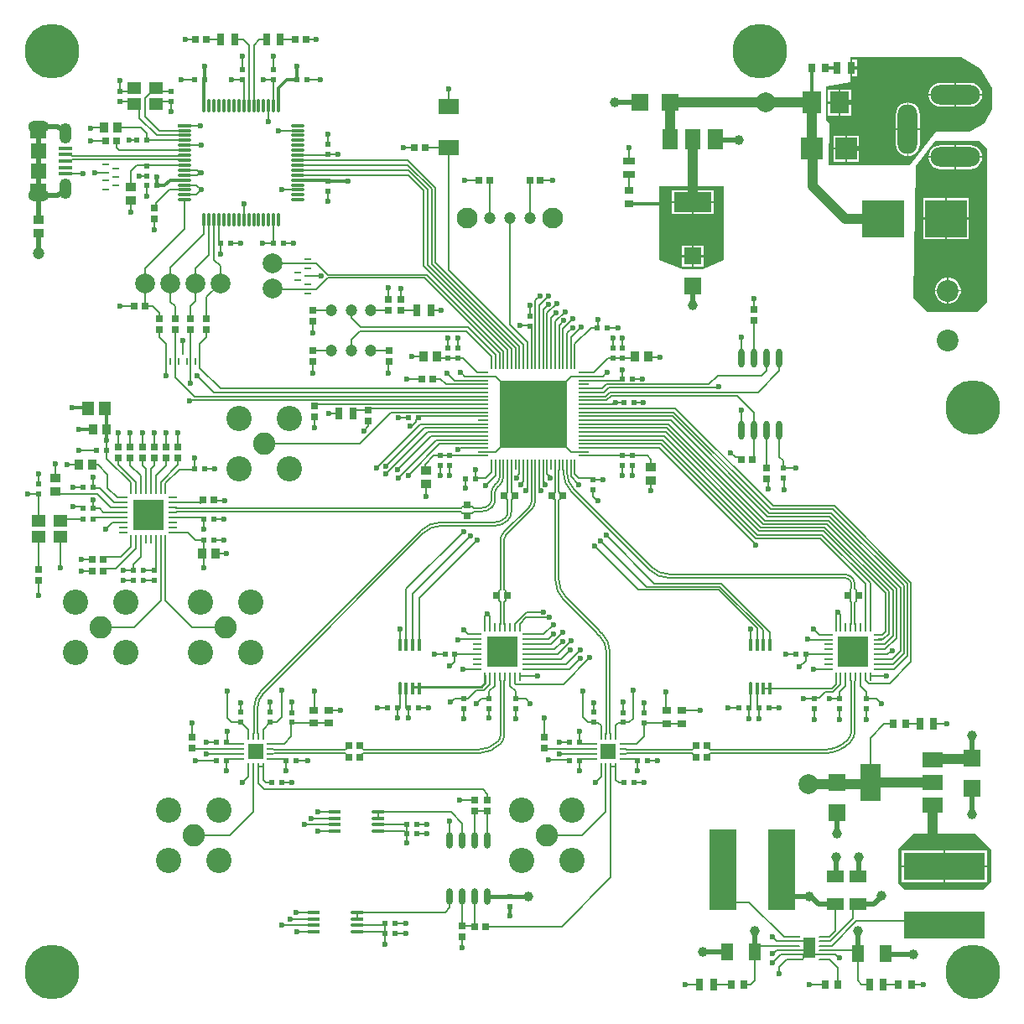
<source format=gtl>
G04*
G04 #@! TF.GenerationSoftware,Altium Limited,Altium Designer,21.8.1 (53)*
G04*
G04 Layer_Physical_Order=1*
G04 Layer_Color=255*
%FSLAX44Y44*%
%MOMM*%
G71*
G04*
G04 #@! TF.SameCoordinates,1F2B7916-87B7-47AC-9C12-1C8A47DBEFE2*
G04*
G04*
G04 #@! TF.FilePolarity,Positive*
G04*
G01*
G75*
%ADD13C,0.2000*%
%ADD16C,0.4000*%
G04:AMPARAMS|DCode=53|XSize=1.0096mm|YSize=0.1925mm|CornerRadius=0.0962mm|HoleSize=0mm|Usage=FLASHONLY|Rotation=0.000|XOffset=0mm|YOffset=0mm|HoleType=Round|Shape=RoundedRectangle|*
%AMROUNDEDRECTD53*
21,1,1.0096,0.0000,0,0,0.0*
21,1,0.8172,0.1925,0,0,0.0*
1,1,0.1925,0.4086,0.0000*
1,1,0.1925,-0.4086,0.0000*
1,1,0.1925,-0.4086,0.0000*
1,1,0.1925,0.4086,0.0000*
%
%ADD53ROUNDEDRECTD53*%
%ADD54R,1.0096X0.1925*%
%ADD55R,1.3100X2.1200*%
%ADD69R,4.2418X3.8100*%
%ADD75C,2.2000*%
%ADD76C,2.1000*%
%ADD81C,0.1571*%
%ADD82C,0.1571*%
%ADD83R,3.1000X3.1000*%
%ADD84O,0.9000X0.2500*%
%ADD85O,0.2500X0.9000*%
%ADD86R,3.1000X3.1000*%
%ADD87R,1.5000X1.5000*%
%ADD88O,0.7000X0.2000*%
%ADD89O,0.2000X0.7000*%
%ADD90R,0.6500X0.7500*%
%ADD91R,0.7500X0.6500*%
%ADD92R,1.8000X1.7000*%
%ADD93R,1.3000X0.8000*%
%ADD94R,0.9500X0.8000*%
%ADD95R,2.0000X1.6000*%
%ADD96R,0.6000X0.6000*%
%ADD97R,0.8500X1.0000*%
%ADD98R,0.8000X1.3000*%
%ADD99R,0.6000X0.6000*%
%ADD100O,1.1500X0.2000*%
%ADD101O,0.2000X1.1500*%
%ADD102R,6.7400X6.7400*%
%ADD103R,1.0000X0.8500*%
%ADD104R,1.1900X1.4700*%
%ADD105O,0.6500X1.6500*%
%ADD106R,0.8000X0.9500*%
%ADD107R,2.8000X8.2000*%
%ADD108R,8.2000X2.8000*%
%ADD109R,2.1600X2.2600*%
%ADD110R,1.9500X2.2500*%
%ADD111R,1.7000X1.8000*%
%ADD112R,3.8000X2.0000*%
%ADD113R,1.5000X2.0000*%
G04:AMPARAMS|DCode=114|XSize=0.4mm|YSize=1.3mm|CornerRadius=0.1mm|HoleSize=0mm|Usage=FLASHONLY|Rotation=270.000|XOffset=0mm|YOffset=0mm|HoleType=Round|Shape=RoundedRectangle|*
%AMROUNDEDRECTD114*
21,1,0.4000,1.1000,0,0,270.0*
21,1,0.2000,1.3000,0,0,270.0*
1,1,0.2000,-0.5500,-0.1000*
1,1,0.2000,-0.5500,0.1000*
1,1,0.2000,0.5500,0.1000*
1,1,0.2000,0.5500,-0.1000*
%
%ADD114ROUNDEDRECTD114*%
%ADD115O,1.3000X0.4000*%
%ADD116R,1.3000X1.8000*%
%ADD117R,1.8000X1.3000*%
%ADD118R,2.0000X1.5000*%
%ADD119R,2.0000X3.8000*%
%ADD120O,0.4000X1.3000*%
G04:AMPARAMS|DCode=121|XSize=0.4mm|YSize=1.3mm|CornerRadius=0.1mm|HoleSize=0mm|Usage=FLASHONLY|Rotation=180.000|XOffset=0mm|YOffset=0mm|HoleType=Round|Shape=RoundedRectangle|*
%AMROUNDEDRECTD121*
21,1,0.4000,1.1000,0,0,180.0*
21,1,0.2000,1.3000,0,0,180.0*
1,1,0.2000,-0.1000,0.5500*
1,1,0.2000,0.1000,0.5500*
1,1,0.2000,0.1000,-0.5500*
1,1,0.2000,-0.1000,-0.5500*
%
%ADD121ROUNDEDRECTD121*%
%ADD122R,1.4000X1.1500*%
%ADD123R,1.3500X0.4000*%
%ADD124R,1.5500X1.5000*%
%ADD125R,0.7000X0.2000*%
%ADD126R,0.2000X0.7000*%
%ADD127O,0.3000X1.4500*%
%ADD128O,1.4500X0.3000*%
%ADD129R,1.4500X0.3000*%
%ADD130O,0.6500X1.9000*%
%ADD131C,0.2100*%
%ADD132C,0.5000*%
%ADD133C,1.0000*%
%ADD134C,0.1600*%
%ADD135C,0.3000*%
%ADD136C,0.2248*%
%ADD137C,0.1250*%
%ADD138O,2.1000X1.2000*%
%ADD139O,1.2000X2.1000*%
%ADD140C,2.5500*%
%ADD141C,2.2500*%
%ADD142C,1.2000*%
%ADD143C,5.5000*%
%ADD144C,2.0000*%
%ADD145O,5.0000X2.0000*%
%ADD146O,2.0000X5.0000*%
%ADD147C,1.0000*%
%ADD148C,0.6000*%
G36*
X24514Y894164D02*
X24775Y894143D01*
X25034Y894109D01*
X25292Y894061D01*
X25546Y894000D01*
X25797Y893926D01*
X26044Y893838D01*
X26286Y893738D01*
X26522Y893625D01*
X26752Y893501D01*
X26976Y893364D01*
X27191Y893215D01*
X27399Y893056D01*
X27598Y892886D01*
X27788Y892706D01*
X27968Y892516D01*
X28138Y892317D01*
X28297Y892109D01*
X28446Y891894D01*
X28582Y891670D01*
X28707Y891440D01*
X28820Y891204D01*
X28920Y890962D01*
X29008Y890715D01*
X29082Y890464D01*
X29143Y890210D01*
X29191Y889953D01*
X29225Y889693D01*
X29246Y889432D01*
X29252Y889170D01*
Y877220D01*
X29302D01*
Y877170D01*
X13752D01*
Y889145D01*
X15752D01*
X15756Y889028D01*
X15766Y888898D01*
X15783Y888769D01*
X15807Y888641D01*
X15837Y888514D01*
X15874Y888389D01*
X15918Y888266D01*
X15967Y888146D01*
X16023Y888029D01*
X16086Y887914D01*
X16154Y887803D01*
X16227Y887696D01*
X16307Y887592D01*
X16391Y887493D01*
X16481Y887399D01*
X16575Y887309D01*
X16674Y887225D01*
X16778Y887145D01*
X16885Y887072D01*
X16996Y887004D01*
X17111Y886942D01*
X17228Y886885D01*
X17348Y886836D01*
X17471Y886792D01*
X17596Y886755D01*
X17723Y886725D01*
X17851Y886701D01*
X17980Y886684D01*
X18110Y886674D01*
X18252Y886670D01*
X24752D01*
X24883Y886674D01*
X25014Y886684D01*
X25143Y886701D01*
X25272Y886725D01*
X25399Y886756D01*
X25525Y886793D01*
X25648Y886836D01*
X25769Y886887D01*
X25887Y886943D01*
X26002Y887005D01*
X26114Y887074D01*
X26222Y887148D01*
X26326Y887227D01*
X26425Y887313D01*
X26520Y887403D01*
X26610Y887498D01*
X26695Y887597D01*
X26775Y887701D01*
X26849Y887809D01*
X26917Y887920D01*
X26980Y888035D01*
X27036Y888154D01*
X27086Y888275D01*
X27130Y888398D01*
X27167Y888523D01*
X27198Y888651D01*
X27222Y888779D01*
X27239Y888909D01*
X27249Y889040D01*
X27252Y889170D01*
X27249Y889301D01*
X27239Y889432D01*
X27222Y889561D01*
X27198Y889690D01*
X27167Y889817D01*
X27130Y889943D01*
X27086Y890066D01*
X27036Y890187D01*
X26980Y890305D01*
X26917Y890420D01*
X26849Y890532D01*
X26775Y890640D01*
X26695Y890744D01*
X26610Y890843D01*
X26520Y890938D01*
X26425Y891028D01*
X26326Y891113D01*
X26222Y891193D01*
X26114Y891267D01*
X26002Y891336D01*
X25887Y891398D01*
X25769Y891454D01*
X25648Y891504D01*
X25525Y891548D01*
X25399Y891585D01*
X25272Y891616D01*
X25143Y891640D01*
X25014Y891657D01*
X24883Y891667D01*
X24752Y891670D01*
X18252D01*
X18110Y891667D01*
X17980Y891657D01*
X17851Y891640D01*
X17723Y891616D01*
X17596Y891586D01*
X17471Y891549D01*
X17348Y891505D01*
X17228Y891455D01*
X17111Y891399D01*
X16996Y891337D01*
X16885Y891269D01*
X16778Y891195D01*
X16674Y891116D01*
X16575Y891031D01*
X16481Y890942D01*
X16391Y890847D01*
X16307Y890748D01*
X16227Y890645D01*
X16154Y890538D01*
X16086Y890427D01*
X16023Y890312D01*
X15967Y890195D01*
X15918Y890074D01*
X15874Y889952D01*
X15837Y889827D01*
X15807Y889700D01*
X15783Y889572D01*
X15766Y889443D01*
X15756Y889313D01*
X15752Y889195D01*
X13752D01*
X13759Y889444D01*
X13780Y889704D01*
X13814Y889963D01*
X13861Y890220D01*
X13922Y890474D01*
X13996Y890724D01*
X14084Y890970D01*
X14183Y891211D01*
X14296Y891447D01*
X14420Y891677D01*
X14557Y891899D01*
X14705Y892114D01*
X14864Y892322D01*
X15033Y892520D01*
X15213Y892710D01*
X15402Y892889D01*
X15601Y893059D01*
X15808Y893218D01*
X16023Y893366D01*
X16246Y893502D01*
X16476Y893627D01*
X16711Y893739D01*
X16953Y893839D01*
X17199Y893926D01*
X17449Y894000D01*
X17703Y894061D01*
X17960Y894109D01*
X18218Y894143D01*
X18479Y894164D01*
X18752Y894170D01*
X24252D01*
X24514Y894164D01*
D02*
G37*
G36*
X29252Y819195D02*
X27252D01*
X27249Y819313D01*
X27239Y819443D01*
X27222Y819572D01*
X27198Y819700D01*
X27168Y819827D01*
X27131Y819952D01*
X27087Y820074D01*
X27037Y820195D01*
X26981Y820312D01*
X26919Y820427D01*
X26851Y820538D01*
X26777Y820645D01*
X26698Y820748D01*
X26613Y820847D01*
X26524Y820942D01*
X26429Y821031D01*
X26330Y821116D01*
X26227Y821195D01*
X26120Y821269D01*
X26009Y821337D01*
X25894Y821399D01*
X25777Y821455D01*
X25656Y821505D01*
X25533Y821549D01*
X25409Y821586D01*
X25282Y821616D01*
X25154Y821640D01*
X25025Y821657D01*
X24895Y821667D01*
X24752Y821670D01*
X18252D01*
X18122Y821667D01*
X17991Y821657D01*
X17861Y821640D01*
X17733Y821616D01*
X17605Y821585D01*
X17480Y821548D01*
X17356Y821504D01*
X17235Y821454D01*
X17117Y821398D01*
X17002Y821336D01*
X16891Y821267D01*
X16783Y821193D01*
X16679Y821113D01*
X16580Y821028D01*
X16485Y820938D01*
X16394Y820843D01*
X16309Y820744D01*
X16230Y820640D01*
X16156Y820532D01*
X16087Y820420D01*
X16025Y820305D01*
X15969Y820187D01*
X15918Y820066D01*
X15875Y819943D01*
X15838Y819818D01*
X15807Y819690D01*
X15783Y819561D01*
X15766Y819432D01*
X15756Y819301D01*
X15752Y819170D01*
X15756Y819040D01*
X15766Y818909D01*
X15783Y818779D01*
X15807Y818651D01*
X15838Y818523D01*
X15875Y818398D01*
X15918Y818275D01*
X15969Y818154D01*
X16025Y818035D01*
X16087Y817920D01*
X16156Y817809D01*
X16230Y817701D01*
X16309Y817597D01*
X16394Y817498D01*
X16485Y817403D01*
X16580Y817312D01*
X16679Y817227D01*
X16783Y817148D01*
X16891Y817074D01*
X17002Y817005D01*
X17117Y816943D01*
X17235Y816887D01*
X17356Y816836D01*
X17480Y816793D01*
X17605Y816756D01*
X17733Y816725D01*
X17861Y816701D01*
X17991Y816684D01*
X18122Y816674D01*
X18252Y816670D01*
X24752D01*
X24895Y816674D01*
X25025Y816684D01*
X25154Y816701D01*
X25282Y816725D01*
X25409Y816755D01*
X25533Y816792D01*
X25656Y816836D01*
X25777Y816885D01*
X25894Y816942D01*
X26009Y817004D01*
X26120Y817072D01*
X26227Y817145D01*
X26330Y817225D01*
X26429Y817309D01*
X26524Y817399D01*
X26613Y817493D01*
X26698Y817592D01*
X26777Y817696D01*
X26851Y817803D01*
X26919Y817914D01*
X26981Y818029D01*
X27037Y818146D01*
X27087Y818267D01*
X27131Y818389D01*
X27168Y818514D01*
X27198Y818641D01*
X27222Y818769D01*
X27239Y818898D01*
X27249Y819028D01*
X27252Y819145D01*
X29252D01*
X29246Y818897D01*
X29225Y818637D01*
X29191Y818378D01*
X29143Y818121D01*
X29082Y817867D01*
X29008Y817617D01*
X28921Y817371D01*
X28821Y817129D01*
X28709Y816894D01*
X28584Y816664D01*
X28448Y816441D01*
X28300Y816226D01*
X28141Y816019D01*
X27971Y815821D01*
X27792Y815631D01*
X27602Y815452D01*
X27404Y815282D01*
X27196Y815123D01*
X26981Y814975D01*
X26759Y814839D01*
X26529Y814714D01*
X26293Y814602D01*
X26052Y814502D01*
X25806Y814415D01*
X25556Y814340D01*
X25302Y814279D01*
X25045Y814232D01*
X24786Y814198D01*
X24526Y814177D01*
X24252Y814170D01*
X18752D01*
X18491Y814177D01*
X18230Y814198D01*
X17970Y814232D01*
X17713Y814280D01*
X17458Y814341D01*
X17207Y814415D01*
X16961Y814502D01*
X16719Y814603D01*
X16482Y814715D01*
X16252Y814840D01*
X16029Y814977D01*
X15813Y815125D01*
X15606Y815285D01*
X15407Y815455D01*
X15217Y815635D01*
X15037Y815825D01*
X14867Y816024D01*
X14707Y816232D01*
X14559Y816447D01*
X14422Y816670D01*
X14297Y816900D01*
X14185Y817137D01*
X14085Y817379D01*
X13997Y817625D01*
X13923Y817876D01*
X13862Y818131D01*
X13814Y818388D01*
X13780Y818648D01*
X13759Y818909D01*
X13752Y819170D01*
Y831120D01*
X13702D01*
Y831170D01*
X29252D01*
Y819195D01*
D02*
G37*
G36*
X713750Y754028D02*
X692312Y744500D01*
X671744D01*
X648750Y753868D01*
Y828500D01*
X713750D01*
Y754028D01*
D02*
G37*
G36*
X972868Y947011D02*
X984250Y928000D01*
Y906500D01*
X976618Y892062D01*
X961250Y883500D01*
X927463Y883500D01*
X901787Y850000D01*
X898714Y850000D01*
X820516D01*
X819620Y850901D01*
X819859Y892062D01*
X816630Y895291D01*
Y929053D01*
X841096Y933348D01*
Y939400D01*
X841150D01*
Y947900D01*
Y956400D01*
X841096D01*
Y959250D01*
X953000D01*
X972868Y947011D01*
D02*
G37*
G36*
X979500Y866750D02*
Y711750D01*
X969750Y702000D01*
X969747Y702003D01*
X919247D01*
X905250Y716000D01*
X907267Y848632D01*
X926549Y874320D01*
X970853D01*
X979500Y866750D01*
D02*
G37*
G36*
X983250Y159250D02*
Y126000D01*
X975375Y118125D01*
X896375Y118125D01*
X889276Y125224D01*
Y159026D01*
X905250Y175000D01*
X967500D01*
X983250Y159250D01*
D02*
G37*
%LPC*%
G36*
X703250Y824750D02*
X683250D01*
Y813750D01*
X703250D01*
Y824750D01*
D02*
G37*
G36*
X681250D02*
X661250D01*
Y813750D01*
X681250D01*
Y824750D01*
D02*
G37*
G36*
X703250Y811750D02*
X683250D01*
Y800750D01*
X703250D01*
Y811750D01*
D02*
G37*
G36*
X681250D02*
X661250D01*
Y800750D01*
X681250D01*
Y811750D01*
D02*
G37*
G36*
X693250Y768590D02*
X683250D01*
Y759090D01*
X693250D01*
Y768590D01*
D02*
G37*
G36*
X681250D02*
X671250D01*
Y759090D01*
X681250D01*
Y768590D01*
D02*
G37*
G36*
X693250Y757090D02*
X683250D01*
Y747590D01*
X693250D01*
Y757090D01*
D02*
G37*
G36*
X681250D02*
X671250D01*
Y747590D01*
X681250D01*
Y757090D01*
D02*
G37*
G36*
X848150Y956400D02*
X843150D01*
Y948900D01*
X848150D01*
Y956400D01*
D02*
G37*
G36*
Y946900D02*
X843150D01*
Y939400D01*
X848150D01*
Y946900D01*
D02*
G37*
G36*
X962328Y933143D02*
X948078D01*
Y921789D01*
X974333D01*
X974020Y924172D01*
X972810Y927091D01*
X970887Y929598D01*
X968380Y931521D01*
X965461Y932730D01*
X962328Y933143D01*
D02*
G37*
G36*
X946579D02*
X932328D01*
X929196Y932730D01*
X926277Y931521D01*
X923770Y929598D01*
X921846Y927091D01*
X920637Y924172D01*
X920324Y921789D01*
X946579D01*
Y933143D01*
D02*
G37*
G36*
X841899Y926200D02*
X831150D01*
Y913950D01*
X841899D01*
Y926200D01*
D02*
G37*
G36*
X829150D02*
X818400D01*
Y913950D01*
X829150D01*
Y926200D01*
D02*
G37*
G36*
X974333Y920289D02*
X948078D01*
Y908936D01*
X962328D01*
X965461Y909348D01*
X968380Y910557D01*
X970887Y912481D01*
X972810Y914987D01*
X974020Y917907D01*
X974333Y920289D01*
D02*
G37*
G36*
X946579D02*
X920324D01*
X920637Y917907D01*
X921846Y914987D01*
X923770Y912481D01*
X926277Y910557D01*
X929196Y909348D01*
X932328Y908936D01*
X946579D01*
Y920289D01*
D02*
G37*
G36*
X841899Y911950D02*
X831150D01*
Y899700D01*
X841899D01*
Y911950D01*
D02*
G37*
G36*
X829150D02*
X818400D01*
Y899700D01*
X829150D01*
Y911950D01*
D02*
G37*
G36*
X900078Y913044D02*
Y886789D01*
X911432D01*
Y901039D01*
X911020Y904172D01*
X909810Y907091D01*
X907887Y909598D01*
X905380Y911521D01*
X902461Y912730D01*
X900078Y913044D01*
D02*
G37*
G36*
X898578Y913044D02*
X896196Y912730D01*
X893277Y911521D01*
X890770Y909598D01*
X888847Y907091D01*
X887637Y904172D01*
X887225Y901039D01*
Y886789D01*
X898578D01*
Y913044D01*
D02*
G37*
G36*
X849952Y879898D02*
X838152D01*
Y867598D01*
X849952D01*
Y879898D01*
D02*
G37*
G36*
X836152D02*
X824352D01*
Y867598D01*
X836152D01*
Y879898D01*
D02*
G37*
G36*
X898578Y885289D02*
X887225D01*
Y871039D01*
X887637Y867907D01*
X888847Y864987D01*
X890770Y862481D01*
X893277Y860557D01*
X896196Y859348D01*
X898578Y859035D01*
Y885289D01*
D02*
G37*
G36*
X911432D02*
X900078D01*
Y859034D01*
X902461Y859348D01*
X905380Y860557D01*
X907887Y862481D01*
X909810Y864987D01*
X911020Y867907D01*
X911432Y871039D01*
Y885289D01*
D02*
G37*
G36*
X849952Y865598D02*
X838152D01*
Y853298D01*
X849952D01*
Y865598D01*
D02*
G37*
G36*
X836152D02*
X824352D01*
Y853298D01*
X836152D01*
Y865598D01*
D02*
G37*
G36*
X962328Y870143D02*
X948079D01*
Y858789D01*
X974333D01*
X974020Y861172D01*
X972810Y864091D01*
X970887Y866598D01*
X968380Y868521D01*
X965461Y869730D01*
X962328Y870143D01*
D02*
G37*
G36*
X946579D02*
X932328D01*
X929196Y869730D01*
X926277Y868521D01*
X923770Y866598D01*
X921846Y864091D01*
X920637Y861172D01*
X920324Y858789D01*
X946579D01*
Y870143D01*
D02*
G37*
G36*
X974333Y857289D02*
X948079D01*
Y845936D01*
X962328D01*
X965461Y846348D01*
X968380Y847557D01*
X970887Y849481D01*
X972810Y851988D01*
X974020Y854907D01*
X974333Y857289D01*
D02*
G37*
G36*
X946579D02*
X920324D01*
X920637Y854907D01*
X921846Y851988D01*
X923770Y849481D01*
X926277Y847557D01*
X929196Y846348D01*
X932328Y845936D01*
X946579D01*
Y857289D01*
D02*
G37*
G36*
X961086Y817050D02*
X938877D01*
Y797000D01*
X961086D01*
Y817050D01*
D02*
G37*
G36*
X936877D02*
X914668D01*
Y797000D01*
X936877D01*
Y817050D01*
D02*
G37*
G36*
X961086Y795000D02*
X938877D01*
Y774950D01*
X961086D01*
Y795000D01*
D02*
G37*
G36*
X936877D02*
X914668D01*
Y774950D01*
X936877D01*
Y795000D01*
D02*
G37*
G36*
X941461Y736250D02*
X940500D01*
Y724000D01*
X952750D01*
Y724961D01*
X951864Y728268D01*
X950153Y731232D01*
X947732Y733653D01*
X944768Y735364D01*
X941461Y736250D01*
D02*
G37*
G36*
X939000D02*
X938038D01*
X934732Y735364D01*
X931768Y733653D01*
X929347Y731232D01*
X927636Y728268D01*
X926750Y724961D01*
Y724000D01*
X939000D01*
Y736250D01*
D02*
G37*
G36*
X952750Y722500D02*
X940500D01*
Y710250D01*
X941461D01*
X944768Y711136D01*
X947732Y712848D01*
X950153Y715268D01*
X951864Y718232D01*
X952750Y721539D01*
Y722500D01*
D02*
G37*
G36*
X939000D02*
X926750D01*
Y721539D01*
X927636Y718232D01*
X929347Y715268D01*
X931768Y712848D01*
X934732Y711136D01*
X938038Y710250D01*
X939000D01*
Y722500D01*
D02*
G37*
G36*
X979061Y158095D02*
X937061D01*
Y143095D01*
X979061D01*
Y158095D01*
D02*
G37*
G36*
X935061D02*
X893061D01*
Y143095D01*
X935061D01*
Y158095D01*
D02*
G37*
G36*
X979061Y141096D02*
X937061D01*
Y126095D01*
X979061D01*
Y141096D01*
D02*
G37*
G36*
X935061D02*
X893061D01*
Y126095D01*
X935061D01*
Y141096D01*
D02*
G37*
%LPD*%
D13*
X860111Y326827D02*
X880788D01*
X902736Y348774D02*
Y428566D01*
X880788Y326827D02*
X902736Y348774D01*
X422610Y751670D02*
Y826709D01*
X507245Y649500D02*
Y667035D01*
X422610Y751670D02*
X507245Y667035D01*
X435500Y744243D02*
Y867250D01*
Y744243D02*
X511245Y668498D01*
Y649500D02*
Y668498D01*
X503245Y649500D02*
Y665655D01*
X418610Y750290D02*
Y826003D01*
Y750290D02*
X503245Y665655D01*
X499245Y649500D02*
Y664612D01*
X414610Y749247D02*
X499245Y664612D01*
X414610Y749247D02*
Y825406D01*
X410610Y747951D02*
Y824810D01*
Y747951D02*
X495245Y663316D01*
Y649500D02*
Y663316D01*
X491245Y649500D02*
Y662189D01*
X414107Y739327D02*
X491245Y662189D01*
X313736Y739327D02*
X414107D01*
X487245Y649500D02*
Y660305D01*
X313691Y736077D02*
X411473D01*
X487245Y660305D01*
X483245Y649500D02*
Y658337D01*
X346522Y686478D02*
X455105D01*
X483245Y658337D01*
X479245Y649500D02*
Y656706D01*
X346319Y682478D02*
X453473D01*
X479245Y656706D01*
X869061Y366027D02*
X875913D01*
X884373Y374487D01*
Y420786D01*
X884321Y346027D02*
X895590Y357296D01*
Y425332D01*
X869061Y346027D02*
X884321D01*
X869061Y341027D02*
X885599D01*
X899027Y354456D01*
Y426988D01*
X891972Y359661D02*
Y423472D01*
X869061Y351027D02*
X883338D01*
X891972Y359661D01*
X882485Y359536D02*
X883567D01*
X878976Y356027D02*
X882485Y359536D01*
X888173Y372732D02*
Y422081D01*
X869061Y361027D02*
X876467D01*
X888173Y372732D01*
X874793Y371123D02*
X880484Y376814D01*
Y419486D01*
X869156Y371123D02*
X874793D01*
X825290Y506012D02*
X902736Y428566D01*
X823559Y502457D02*
X899027Y426988D01*
X822104Y498818D02*
X895590Y425332D01*
X820434Y495010D02*
X891972Y423472D01*
X819052Y491201D02*
X888173Y422081D01*
X817428Y487731D02*
X884373Y420786D01*
X815539Y484431D02*
X880484Y419486D01*
X873756Y376123D02*
X876533Y378899D01*
Y418055D01*
X813965Y480622D02*
X876533Y418055D01*
X869061Y371027D02*
X869156Y371123D01*
X763131Y506012D02*
X825290D01*
X760982Y502457D02*
X823559D01*
X759248Y498818D02*
X822104D01*
X757353Y495010D02*
X820434D01*
X856774Y330164D02*
X860111Y326827D01*
X856774Y330164D02*
Y334614D01*
X755375Y491201D02*
X819052D01*
X753059Y487731D02*
X817428D01*
X750822Y484431D02*
X815539D01*
X748927Y480622D02*
X813965D01*
X861611Y383477D02*
Y427883D01*
X812849Y476645D02*
X861611Y427883D01*
X747201Y476645D02*
X812849D01*
X811079Y472921D02*
X856611Y427389D01*
X745552Y472921D02*
X811079D01*
X856611Y383477D02*
Y427389D01*
X647988Y564500D02*
X745620Y466867D01*
Y466320D02*
Y466867D01*
X649973Y568500D02*
X745552Y472921D01*
X651346Y572500D02*
X747201Y476645D01*
X572245Y576500D02*
X653049D01*
X748927Y480622D01*
X654752Y580500D02*
X750822Y484431D01*
X656290Y584500D02*
X753059Y487731D01*
X658076Y588500D02*
X755375Y491201D01*
X659863Y592500D02*
X757353Y495010D01*
X661566Y596500D02*
X759248Y498818D01*
X662939Y600500D02*
X760982Y502457D01*
X664642Y604500D02*
X763131Y506012D01*
X572245Y564500D02*
X647988D01*
X572245Y568500D02*
X649973D01*
X572245Y572500D02*
X651346D01*
X572245Y580500D02*
X654752D01*
X572245Y584500D02*
X656290D01*
X572245Y588500D02*
X658076D01*
X572245Y592500D02*
X659863D01*
X572245Y596500D02*
X661566D01*
X572245Y600500D02*
X662939D01*
X572245Y604500D02*
X664642D01*
X720368Y559717D02*
X725255Y554830D01*
X729418D01*
X720368Y559717D02*
Y559843D01*
X729418Y554830D02*
X731586Y552662D01*
X774570Y522613D02*
Y533222D01*
X773500Y534293D02*
X774570Y533222D01*
X756850Y533043D02*
X758055Y531837D01*
Y522797D02*
Y531837D01*
X302300Y724686D02*
X313691Y736077D01*
X283425Y724686D02*
X302300D01*
X302377Y750686D02*
X313736Y739327D01*
X283425Y750686D02*
X302377D01*
X293425Y737686D02*
X306940D01*
X399421Y367649D02*
Y417284D01*
X457807Y475670D01*
X405921Y412672D02*
X464394Y471145D01*
X405921Y365899D02*
Y412672D01*
X392921Y422111D02*
X450876Y480066D01*
X392921Y367649D02*
Y422111D01*
X640070Y531684D02*
X640127Y531627D01*
Y521158D02*
Y531627D01*
X586014Y510960D02*
X586743D01*
X581170Y515804D02*
X586014Y510960D01*
X314481Y299500D02*
X314595Y299614D01*
X326740D01*
X304048Y196969D02*
X320559D01*
X372538Y538022D02*
X415016Y580500D01*
X515245Y524171D02*
Y547500D01*
X513339Y522266D02*
X515245Y524171D01*
X513339Y521183D02*
Y522266D01*
X508506Y528318D02*
X511245Y531056D01*
X508506Y527235D02*
Y528318D01*
X511245Y531056D02*
Y547500D01*
X504367Y535154D02*
X507245Y538032D01*
X504367Y534072D02*
Y535154D01*
X507245Y538032D02*
Y547500D01*
X533343Y527674D02*
Y528757D01*
X531245Y530854D02*
X533343Y528757D01*
X531245Y530854D02*
Y547500D01*
X583220Y465407D02*
X627495Y421133D01*
X708268D01*
X709614Y424383D02*
X753539Y380458D01*
X635744Y424383D02*
X709614D01*
X643587Y427633D02*
X710960D01*
X595145Y476075D02*
X643587Y427633D01*
X753539Y365780D02*
Y380458D01*
X589223Y470903D02*
X635744Y424383D01*
X710960Y427633D02*
X760039Y378554D01*
Y365780D02*
Y378554D01*
X708268Y421133D02*
X747039Y382362D01*
X535245Y537977D02*
X537889Y535333D01*
X535245Y537977D02*
Y547500D01*
X527245Y523967D02*
X529204Y522008D01*
X527245Y523967D02*
Y547500D01*
X747039Y365780D02*
Y382362D01*
X529204Y520926D02*
Y522008D01*
X537889Y534251D02*
Y535333D01*
X740539Y367530D02*
Y381437D01*
X418441Y576500D02*
X470245D01*
X384186Y542245D02*
X418441Y576500D01*
X384852Y534094D02*
X423258Y572500D01*
X470245D01*
X415016Y580500D02*
X470245D01*
X362719Y544500D02*
X406720Y588500D01*
X470245D01*
X410930Y584500D02*
X470245D01*
X372639Y546208D02*
X410930Y584500D01*
X403207Y591122D02*
Y593150D01*
X397238Y587096D02*
X399181D01*
X396472Y586330D02*
X397238Y587096D01*
X403207Y593150D02*
X405207Y595150D01*
X399181Y587096D02*
X403207Y591122D01*
X395102Y536695D02*
X426907Y568500D01*
X470245D01*
X276020Y89084D02*
X276023Y89080D01*
X299135D01*
X299138Y89077D01*
X637464Y655686D02*
X648924D01*
X637270Y655880D02*
X637464Y655686D01*
X586576Y686574D02*
Y694478D01*
X585897Y685896D02*
X586576Y686574D01*
X523245Y713165D02*
X527839Y717758D01*
X523245Y649500D02*
Y713165D01*
X527245Y649500D02*
Y708773D01*
X531245Y704286D02*
X536278Y709319D01*
X531245Y649500D02*
Y704286D01*
X535245Y649500D02*
Y700471D01*
X544813Y710038D01*
X539245Y649500D02*
Y695984D01*
X544381Y701120D01*
X543245Y649500D02*
Y692168D01*
X547245Y688256D02*
X552053Y693064D01*
X547245Y649500D02*
Y688256D01*
X551245Y684440D02*
X561451Y694647D01*
X551245Y649500D02*
Y684440D01*
X555245Y680241D02*
X560876Y685872D01*
X559245Y675946D02*
X569795Y686495D01*
X503665Y325673D02*
X551429D01*
X578331Y352576D01*
X557834Y341146D02*
X568443Y351756D01*
X554180Y346146D02*
X568715Y360681D01*
X514943Y346146D02*
X554180D01*
X514943Y341146D02*
X557834D01*
X549615Y351146D02*
X559021Y360552D01*
X514943Y356146D02*
X545973D01*
X559249Y369422D01*
X514943Y351146D02*
X549615D01*
X514943Y361146D02*
X542655D01*
X550565Y369056D01*
X539239Y366146D02*
X551399Y378307D01*
X514943Y366146D02*
X539239D01*
X514943Y371146D02*
X536292D01*
X542020Y376874D01*
X531628Y376146D02*
X541747Y386266D01*
X514943Y376146D02*
X531628D01*
X502493Y383596D02*
X502656Y383759D01*
X514147Y393500D02*
X537500D01*
X655342Y299719D02*
X655680Y299381D01*
X655342Y299719D02*
Y317924D01*
X621990Y291263D02*
Y319679D01*
X618013Y287287D02*
X621990Y291263D01*
X571264Y292374D02*
Y319274D01*
X571376Y319386D01*
X300072Y300031D02*
Y319386D01*
X299541Y299500D02*
X300072Y300031D01*
X261906Y287406D02*
X267305Y292805D01*
Y319581D01*
X212000Y319181D02*
X212205Y319386D01*
X212000Y292120D02*
Y319181D01*
X179931Y248876D02*
X201704D01*
X156511Y509327D02*
X185481D01*
X162511Y547392D02*
Y554609D01*
X145011Y529892D02*
X162511Y547392D01*
X145011Y520827D02*
Y529892D01*
X150511Y546666D02*
Y554609D01*
X140011Y536166D02*
X150511Y546666D01*
X140011Y520827D02*
Y536166D01*
X138511Y546666D02*
Y554609D01*
X135011Y543166D02*
X138511Y546666D01*
X135011Y520827D02*
Y543166D01*
X126511Y546666D02*
Y554609D01*
Y546666D02*
X130011Y543166D01*
Y520827D02*
Y543166D01*
X114511Y546666D02*
Y554609D01*
Y546666D02*
X125011Y536166D01*
Y520827D02*
Y536166D01*
X102511Y547486D02*
Y554609D01*
Y547486D02*
X120011Y529986D01*
Y520827D02*
Y529986D01*
X86741Y452191D02*
X88933Y454383D01*
X104603D01*
X115011Y464791D01*
Y472827D01*
X86741Y440197D02*
X88975Y442430D01*
X99834D01*
X120011Y462607D01*
Y472827D01*
X96181Y489327D02*
X108511D01*
X89416Y482562D02*
X96181Y489327D01*
X227651Y226876D02*
X233374Y232600D01*
Y243067D01*
X583790Y226757D02*
X589513Y232481D01*
Y242948D01*
X563245Y538110D02*
X567367Y533988D01*
X579655D02*
X581170Y532473D01*
X567367Y533988D02*
X579655D01*
X810446Y312560D02*
X815951Y318065D01*
X804789Y311059D02*
X806289Y312560D01*
X810446D01*
X815951Y318065D02*
X824010D01*
X819135Y371053D02*
X819161Y371027D01*
X798402Y371079D02*
X798428Y371053D01*
X819135D01*
X829684Y49547D02*
X830766D01*
X548745Y626000D02*
X559245Y636500D01*
X255891Y297423D02*
Y307682D01*
X255874Y297406D02*
X255891Y297423D01*
X861750Y226790D02*
Y271851D01*
X875645Y285746D01*
X884543D01*
X830766Y290610D02*
Y301059D01*
X595387Y640500D02*
X595872D01*
X777103Y48375D02*
X792942D01*
X563245Y538110D02*
Y547500D01*
X809861Y376027D02*
X819161D01*
X455539Y376146D02*
X465043D01*
X517911Y697705D02*
Y708245D01*
X804361Y341027D02*
X819161D01*
X521245Y598500D02*
X548745Y626000D01*
X493745Y571000D02*
X521245Y598500D01*
X802015Y56073D02*
X805213Y52875D01*
X794113Y66375D02*
X799663Y60825D01*
X451099Y380586D02*
X455539Y376146D01*
X766901Y66375D02*
X794113D01*
X84247Y842421D02*
X89727D01*
X452235Y636500D02*
X483245D01*
X450243Y341146D02*
X465043D01*
X445496Y654902D02*
X450495D01*
X435231D02*
X445496D01*
X420768Y556500D02*
X470245D01*
X572245D02*
X621470D01*
X572245Y632500D02*
X611420D01*
X831515Y325570D02*
Y334681D01*
X851611Y333577D02*
Y334777D01*
Y324323D02*
Y333577D01*
X836611D02*
Y334777D01*
Y324323D02*
Y333577D01*
X819161Y356027D02*
X820361D01*
X796154D02*
X819161D01*
X497493Y333696D02*
Y334896D01*
Y324442D02*
Y333696D01*
X482493D02*
Y334896D01*
Y324442D02*
Y333696D01*
X477397Y325689D02*
Y334800D01*
X465043Y356146D02*
X466243D01*
X442036D02*
X465043D01*
X450671Y311178D02*
X455659D01*
X441851D02*
X450671D01*
X229002Y909670D02*
Y936620D01*
X391298Y183969D02*
X393283Y185954D01*
Y175454D02*
Y185954D01*
X21551Y517914D02*
X21638D01*
X188430Y443327D02*
Y471562D01*
X814176Y57375D02*
X848818D01*
X867956Y376123D02*
X873756D01*
X514647Y399000D02*
X531500D01*
X502656Y383759D02*
Y387009D01*
X507493Y383596D02*
X507656Y383759D01*
X543245Y692168D02*
X553108Y702031D01*
X502493Y326845D02*
Y333696D01*
X341948Y602650D02*
X354500D01*
X338523Y599225D02*
X341948Y602650D01*
X219778Y976524D02*
X220238Y976984D01*
X150409Y662155D02*
Y669520D01*
Y637000D02*
Y662155D01*
X175409D02*
Y683775D01*
Y629727D02*
Y662155D01*
X337225Y703098D02*
Y708098D01*
Y695775D02*
Y703098D01*
X76936Y492322D02*
X78941Y494327D01*
X76980Y524870D02*
X77763Y524087D01*
X634068Y286493D02*
X655680D01*
X277456Y287085D02*
X313706D01*
X314541Y286250D01*
X444928Y371077D02*
X466174D01*
X756683Y543687D02*
Y582000D01*
X826611Y333577D02*
Y334777D01*
Y325558D02*
Y333577D01*
X754004Y321315D02*
X822368D01*
X826611Y383477D02*
Y396910D01*
Y382277D02*
Y383477D01*
X831611D02*
Y397267D01*
Y382277D02*
Y383477D01*
X477493Y383596D02*
Y394286D01*
Y382396D02*
Y383596D01*
X472493D02*
Y394115D01*
Y382396D02*
Y383596D01*
X375130Y703098D02*
X375325Y702903D01*
X55424Y859420D02*
X162732D01*
X55424Y855420D02*
X162732D01*
X120977Y849920D02*
X169252D01*
X873000Y22741D02*
X889874D01*
X502493Y326845D02*
X503665Y325673D01*
X532592Y272199D02*
Y291554D01*
Y272199D02*
X532593Y272198D01*
X536778Y249450D02*
X557150D01*
X557843Y248757D01*
X211704Y267188D02*
X212000Y267483D01*
Y278750D01*
X828875Y22493D02*
Y39395D01*
X814176Y48375D02*
X819895D01*
X828875Y39395D01*
X798013Y56775D02*
Y57975D01*
X762500Y44500D02*
X770875Y52875D01*
X869061Y356027D02*
X878976D01*
X591387Y636500D02*
X595387Y640500D01*
X805213Y52875D02*
X826355D01*
X762401Y53721D02*
X763483D01*
X767137Y57375D01*
X762401Y70875D02*
X766901Y66375D01*
X548745Y626000D02*
Y626000D01*
X774375Y70875D02*
X785151D01*
X726000Y106050D02*
X739200D01*
X774375Y70875D01*
X618226Y854250D02*
Y867216D01*
Y824250D02*
Y840250D01*
X802650Y947899D02*
X802650Y947900D01*
X623013Y226757D02*
X633467D01*
X267759Y82577D02*
X299138D01*
X299032Y95471D02*
X299138Y95577D01*
X282029Y95471D02*
X299032D01*
X281923Y95365D02*
X282029Y95471D01*
X289965Y183969D02*
X320559D01*
X297370Y190469D02*
X320559D01*
X371853Y63712D02*
Y74053D01*
X393283Y165762D02*
Y175454D01*
X364559Y183969D02*
X391298D01*
X371853Y74053D02*
X371862Y74062D01*
Y84562D01*
X369878Y82577D02*
X371862Y84562D01*
X391283Y177454D02*
X393283Y175454D01*
X267000Y226750D02*
X277325D01*
X636250Y249000D02*
X646750D01*
X612013Y250448D02*
X626250D01*
Y238158D02*
Y249000D01*
X271920Y238170D02*
Y248876D01*
X255874Y250567D02*
X270229D01*
X271920Y248876D01*
X281920D02*
X293920D01*
X403268Y184524D02*
X413768D01*
X447000Y209262D02*
X462451D01*
X381862Y84562D02*
X392363D01*
X381862Y74062D02*
X392363D01*
X360348Y76077D02*
X360363Y76062D01*
X369863D01*
X371862Y74062D01*
X343138Y76077D02*
X360348D01*
X343138Y82577D02*
X369878D01*
X282628Y76077D02*
X299138D01*
X925599Y285750D02*
X938750D01*
X897543Y285746D02*
X911595D01*
X911599Y285750D01*
X740987Y22740D02*
X744948Y26701D01*
X736250Y22740D02*
X740987D01*
X744948Y26701D02*
Y55709D01*
X674510Y22740D02*
X689398D01*
X703398D02*
X720950D01*
X852529Y22971D02*
X860737D01*
X848818Y26683D02*
X852529Y22971D01*
X848818Y26683D02*
Y53721D01*
X889874Y22741D02*
X889875Y22740D01*
X902875D02*
X915007D01*
X713000Y119050D02*
Y138500D01*
Y119050D02*
X726000Y106050D01*
X932166Y86990D02*
X936061Y83095D01*
X847490Y86990D02*
X932166D01*
X822375Y61875D02*
X847490Y86990D01*
X468503Y311178D02*
X476648D01*
X463939Y306615D02*
X468503Y311178D01*
X438255Y307582D02*
X441851Y311178D01*
X437173Y307582D02*
X438255D01*
X844062Y98953D02*
X849016Y103907D01*
X821245Y66375D02*
X844062Y89192D01*
Y98953D01*
X825919Y76665D02*
Y103831D01*
X820130Y70875D02*
X825919Y76665D01*
X815627Y22741D02*
X815875Y22493D01*
X800089Y22741D02*
X815627D01*
X814176Y61875D02*
X822375D01*
X744948Y56375D02*
X750447Y61875D01*
X785151D01*
X174412Y612211D02*
X174701Y612500D01*
X470245D01*
X178981Y616500D02*
X470245D01*
X198663Y620500D02*
X470245D01*
X205150Y624500D02*
X470245D01*
X283752Y839920D02*
X395500D01*
X395096Y844920D02*
X414610Y825406D01*
X283752Y844920D02*
X395096D01*
X283752Y849920D02*
X394692D01*
X283752Y854920D02*
X394399D01*
X814176Y70875D02*
X820130D01*
X814176Y66375D02*
X821245D01*
X769000Y33250D02*
Y40272D01*
X799663Y59625D02*
Y60825D01*
X797413Y57375D02*
X799063Y59025D01*
X770875Y52875D02*
X794113D01*
Y49547D02*
Y52875D01*
X792942Y48375D02*
X794113Y49547D01*
X559245Y636500D02*
X591387D01*
X513686Y311178D02*
X518250Y306615D01*
X633467Y297168D02*
Y307462D01*
X633430Y297131D02*
X633467Y297168D01*
X611953Y297348D02*
Y307582D01*
Y297348D02*
X612013Y297287D01*
X582013Y297448D02*
Y307204D01*
X277291Y297250D02*
X277451Y297410D01*
Y307572D01*
X225874Y297567D02*
Y307323D01*
X671295Y299250D02*
X690000D01*
X503248Y311178D02*
X513686D01*
X404936Y301924D02*
X415396D01*
X386421Y301999D02*
Y321899D01*
X392921Y301999D02*
Y321899D01*
X384421Y291500D02*
Y301905D01*
X394936Y291500D02*
Y301924D01*
X363840D02*
X374403D01*
X384403D02*
X384421Y301905D01*
X386421Y367649D02*
Y381556D01*
X212000Y292120D02*
X216552Y287567D01*
X21729Y491079D02*
Y517937D01*
X21638Y518028D02*
X21729Y517937D01*
X21638Y517914D02*
X21639Y517916D01*
X11057Y518028D02*
X21638D01*
Y517914D02*
Y518028D01*
Y528028D02*
Y538447D01*
X21731Y441397D02*
Y475077D01*
X21729Y475079D02*
X21731Y475077D01*
X38426Y520570D02*
X41301Y517696D01*
X81356D01*
X249421Y568500D02*
X345770D01*
X300750Y606896D02*
X302354Y608500D01*
X470245D01*
X300750Y584744D02*
Y595896D01*
X503248Y290729D02*
Y301178D01*
X581170Y515804D02*
Y522473D01*
X472867Y526363D02*
X483245Y536741D01*
Y547500D01*
X49502Y859670D02*
X55174D01*
X48502Y860670D02*
X49502Y859670D01*
X162732Y859420D02*
X163232Y859920D01*
X55174Y859670D02*
X55424Y859420D01*
X163232Y854920D02*
X169252D01*
X55174Y855170D02*
X55424Y855420D01*
X49502Y855170D02*
X55174D01*
X163232Y859920D02*
X169252D01*
X48502Y854170D02*
X49502Y855170D01*
X162732Y855420D02*
X163232Y854920D01*
X102887Y864920D02*
X169252D01*
X100142Y867665D02*
X102887Y864920D01*
X442036Y356146D02*
X442036Y356146D01*
X442036Y348863D02*
Y356146D01*
X437000Y344000D02*
X437173D01*
X442036Y348863D01*
X100142Y867665D02*
Y874000D01*
X337225Y673383D02*
X346319Y682478D01*
X337225Y662468D02*
Y673383D01*
Y695775D02*
X346522Y686478D01*
X375260Y714153D02*
Y725827D01*
X387266Y714153D02*
Y725408D01*
X387352Y703239D02*
X403919D01*
X375205Y703098D02*
X375260Y703153D01*
X357225Y703098D02*
X375130D01*
X387266Y703153D02*
X387352Y703239D01*
X375130Y703098D02*
X375205D01*
X417919Y703239D02*
X417952Y703272D01*
X428244D01*
X298437Y703057D02*
X298631Y703252D01*
X298640Y703098D02*
X317225D01*
X298585Y703153D02*
X298640Y703098D01*
X298382Y680771D02*
Y692102D01*
X189002Y780352D02*
Y795170D01*
X154817Y730832D02*
Y746167D01*
X189002Y780352D01*
X154817Y712172D02*
Y730832D01*
X169252Y785201D02*
Y814920D01*
X129417Y730832D02*
Y745365D01*
X169252Y785201D01*
X129417Y716416D02*
Y730832D01*
X180217Y745673D02*
X194002Y759458D01*
X180217Y730832D02*
Y745673D01*
X194002Y759458D02*
Y795170D01*
X199002Y754533D02*
Y795170D01*
Y754533D02*
X205617Y747918D01*
Y730832D02*
Y747918D01*
X191409Y694775D02*
Y716625D01*
X205617Y730832D01*
X258325Y724686D02*
X283425D01*
X257925Y725086D02*
X258325Y724686D01*
X258125Y750686D02*
X283425D01*
X257925Y750486D02*
X258125Y750686D01*
X298382Y640206D02*
Y651472D01*
Y662473D02*
X298386Y662468D01*
X317225D01*
X394692Y849920D02*
X418610Y826003D01*
X395500Y839920D02*
X410610Y824810D01*
X394399Y854920D02*
X422610Y826709D01*
X497539Y689047D02*
X515245Y671342D01*
Y649500D02*
Y671342D01*
X497539Y689047D02*
Y796811D01*
X412500Y867250D02*
X435500D01*
X519245Y649500D02*
Y686371D01*
X527245Y708773D02*
X536518Y718046D01*
X517916Y687700D02*
X519245Y686371D01*
X390500Y867250D02*
X401500D01*
X435500Y909250D02*
Y926750D01*
X248269Y770821D02*
X258945D01*
X259002Y770878D01*
X464897Y640500D02*
X470245D01*
X450495Y654902D02*
X464897Y640500D01*
X159409Y636071D02*
X178981Y616500D01*
X159409Y636071D02*
Y662155D01*
X182163Y637000D02*
X198663Y620500D01*
X175002Y629320D02*
X175409Y629727D01*
X176454Y272317D02*
Y286817D01*
X412198Y547931D02*
X420768Y556500D01*
X412198Y544413D02*
Y547931D01*
X117426Y431132D02*
X117610Y430947D01*
X107194Y431132D02*
X117426D01*
X127613Y430868D02*
X138271D01*
X138351Y430947D01*
X381768Y177469D02*
X381783Y177454D01*
X391283D01*
X403283Y175454D02*
X413783D01*
X364559Y177469D02*
X381768D01*
X304048D02*
X320559D01*
X345770Y568500D02*
X377770Y600500D01*
X406557Y596500D02*
X470245D01*
X377770Y600500D02*
X470245D01*
X349976Y581762D02*
X354500Y586286D01*
Y591900D01*
X191515Y255317D02*
X191765Y255567D01*
X225874D01*
X177204Y260567D02*
X225874D01*
X176454Y261317D02*
X177204Y260567D01*
X589513Y272948D02*
Y284248D01*
X582013Y287448D02*
X582542Y286920D01*
X586842D01*
X589513Y284248D01*
X607185Y286823D02*
X611549D01*
X604513Y272948D02*
Y284152D01*
X611549Y286823D02*
X612013Y287287D01*
X604513Y284152D02*
X607185Y286823D01*
X625652Y265448D02*
X633430Y273226D01*
Y287131D01*
X547825Y255105D02*
X548169Y255448D01*
X582013D01*
X533343Y260448D02*
X582013D01*
X532593Y261198D02*
X533343Y260448D01*
X466174Y371077D02*
X466243Y371146D01*
X444859Y371009D02*
X444928Y371077D01*
X462896Y533757D02*
Y542598D01*
X472493Y394115D02*
X475078Y396701D01*
X477493Y394286D01*
X444904Y563159D02*
X445974D01*
X447315Y564500D01*
X470245D01*
X453035Y524065D02*
Y533618D01*
X507656Y387009D02*
X514147Y393500D01*
X507656Y383759D02*
Y387009D01*
X555245Y649500D02*
Y680241D01*
X559245Y649500D02*
Y675946D01*
X502656Y387009D02*
X514647Y399000D01*
X851611Y324323D02*
X857366Y318568D01*
Y311059D02*
Y318568D01*
X861842Y334000D02*
X878000D01*
X861611Y334231D02*
X861842Y334000D01*
X507724Y334500D02*
X525750D01*
X559245Y535648D02*
Y547500D01*
X507493Y334731D02*
X507724Y334500D01*
X744150Y582000D02*
Y600100D01*
X727179Y617071D02*
X744150Y600100D01*
X599956Y617071D02*
X727179D01*
X597160Y625500D02*
X707721D01*
X572245Y620500D02*
X592160D01*
X597160Y625500D01*
X594783Y628750D02*
X698362D01*
X572245Y624500D02*
X590533D01*
X594783Y628750D01*
X595385Y612500D02*
X599956Y617071D01*
X572245Y612500D02*
X595385D01*
X593959Y616500D02*
X598262Y620803D01*
X747853D01*
X572245Y616500D02*
X593959D01*
X707721Y625500D02*
X708273Y626053D01*
X747853Y620803D02*
X769550Y642500D01*
X752000Y637650D02*
X756850Y642500D01*
X698362Y628750D02*
X707262Y637650D01*
X752000D01*
X572245Y608500D02*
X600747D01*
X602836Y610589D01*
X603918D01*
X198931Y511743D02*
X199093Y511582D01*
X210172D01*
X463525Y533998D02*
X472867D01*
X479245Y540376D01*
Y547500D01*
X603918Y610589D02*
X612634D01*
X517253Y688363D02*
X517916Y687700D01*
X437036Y536211D02*
Y546590D01*
X427155Y536211D02*
Y546590D01*
X437051Y168262D02*
Y187462D01*
X462451Y81762D02*
X462451Y81762D01*
X449751Y81762D02*
X449751Y81762D01*
X449751D02*
X449751Y81762D01*
Y59612D02*
Y70762D01*
X248374Y273067D02*
Y279906D01*
X255874Y287406D01*
X503248Y311178D02*
Y318687D01*
X450671Y290729D02*
Y301178D01*
X455659Y311178D02*
X463939Y319458D01*
X477397Y334800D02*
X477493Y334896D01*
X421818Y356146D02*
X432036D01*
X277291Y287250D02*
X277456Y287085D01*
X497493Y324442D02*
X503248Y318687D01*
X471166Y319458D02*
X477397Y325689D01*
X463939Y319458D02*
X471166D01*
X476165Y291500D02*
Y300696D01*
X476648Y318597D02*
X482493Y324442D01*
X476165Y300696D02*
X476648Y301178D01*
Y311178D02*
Y318597D01*
X216552Y287567D02*
X225874D01*
X211704Y238380D02*
Y248876D01*
X213395Y250567D01*
X276920Y272974D02*
Y286879D01*
X225874Y287567D02*
X233374Y280067D01*
X276920Y286879D02*
X277291Y287250D01*
X255874Y287406D02*
X261906D01*
X233374Y273067D02*
Y280067D01*
X269513Y265567D02*
X276920Y272974D01*
X255874Y265567D02*
X269513D01*
X213395Y250567D02*
X225874D01*
X191562Y267188D02*
X201704D01*
X212871Y265567D02*
X225874D01*
X211704Y266734D02*
X212871Y265567D01*
X767137Y57375D02*
X797413D01*
X384707Y595150D02*
X395207D01*
X354500Y602900D02*
X356100Y604500D01*
X470245D01*
X184409Y645241D02*
X205150Y624500D01*
X338523Y597400D02*
Y599225D01*
X314703Y599343D02*
X324948D01*
X64995Y505269D02*
X66936Y503327D01*
X56808Y505269D02*
X64995D01*
X45035Y492384D02*
X66874D01*
X43729Y491079D02*
X45035Y492384D01*
X43729Y443327D02*
Y475079D01*
X21731Y415767D02*
Y430397D01*
X94724Y504327D02*
X108511D01*
X87220Y499327D02*
X108511D01*
X78941Y494327D02*
X108511D01*
X140011Y442607D02*
Y472827D01*
X117610Y446706D02*
X125011Y454107D01*
X117610Y440947D02*
Y446706D01*
X107101Y440947D02*
X117610D01*
X179217Y543489D02*
Y554063D01*
X178594Y542866D02*
X179217Y543489D01*
X163959Y542866D02*
X178594D01*
X179931Y471562D02*
X188430D01*
X172166Y479327D02*
X179931Y471562D01*
X156511Y494327D02*
X187761D01*
X156511Y479327D02*
X172166D01*
X162511Y565609D02*
Y579892D01*
X102511Y565609D02*
Y579892D01*
X150511Y565609D02*
Y579892D01*
X138511Y565609D02*
Y579892D01*
X126511Y565609D02*
Y579892D01*
X114511Y565609D02*
Y579892D01*
X38426Y534070D02*
Y548631D01*
X50464Y547695D02*
X62163D01*
X90649Y553877D02*
X115011Y529515D01*
X90649Y553877D02*
Y561551D01*
X81764Y547536D02*
X91593Y537707D01*
X75845Y547536D02*
X81764D01*
X75686Y547695D02*
X75845Y547536D01*
X150011Y528918D02*
X163959Y542866D01*
X150011Y520827D02*
Y528918D01*
X91593Y524156D02*
Y537707D01*
X76936Y524826D02*
Y535187D01*
X56481Y524826D02*
X66936D01*
X101422Y514327D02*
X108511D01*
X98180Y509327D02*
X108511D01*
X91593Y524156D02*
X101422Y514327D01*
X83421Y524087D02*
X98180Y509327D01*
X81356Y517696D02*
X94724Y504327D01*
X77763Y524087D02*
X83421D01*
X127821Y440947D02*
X138351D01*
X140011Y442607D01*
X83220Y503327D02*
X87220Y499327D01*
X76936Y503327D02*
X83220D01*
X76936D02*
Y512105D01*
X125011Y454107D02*
Y472827D01*
X115011Y520827D02*
Y529515D01*
X64858Y440197D02*
X75741D01*
X64858Y452191D02*
X75741D01*
X90416Y561784D02*
X90649Y561551D01*
X90416Y561784D02*
Y572366D01*
X62264Y561784D02*
X80416D01*
X189217Y543489D02*
X199643D01*
X198430Y492799D02*
X208848D01*
X200181Y457697D02*
X200184Y457695D01*
X188430Y482218D02*
Y492799D01*
X200184Y457695D02*
X211858D01*
X198430Y471562D02*
X208848D01*
X612634Y610589D02*
X612953Y610270D01*
X622953D02*
X623038Y610185D01*
X632363D01*
X493745Y571000D02*
X493745D01*
X517911Y697705D02*
X517916Y697700D01*
X717959Y301805D02*
X728520D01*
X728521Y301805D01*
X571264Y292374D02*
X576190Y287448D01*
X612013Y287287D02*
X618013D01*
X633430Y287131D02*
X634068Y286493D01*
X655930Y286131D02*
X670680D01*
X567843Y267069D02*
Y278750D01*
X828221Y398520D02*
X828954D01*
X579396Y685896D02*
X585897D01*
X563245Y669745D02*
X579396Y685896D01*
X563245Y649500D02*
Y669745D01*
X601420Y664902D02*
Y675470D01*
X611470Y664902D02*
Y675470D01*
X621288Y634080D02*
X631536D01*
X507908Y688363D02*
X517253D01*
X433750Y640206D02*
X441456Y632500D01*
X470245D01*
X433456Y628500D02*
X470245D01*
X448235Y640500D02*
X452235Y636500D01*
X447750Y640500D02*
X448235D01*
X826355Y52875D02*
X829684Y49547D01*
X412901Y515491D02*
Y527996D01*
X636202Y556590D02*
X640070Y552722D01*
X621470Y556590D02*
X636202D01*
X640070Y545184D02*
Y552722D01*
X611288Y536211D02*
Y546408D01*
X611470Y546590D01*
X477539Y796811D02*
Y834311D01*
X477289Y834561D02*
X477539Y834311D01*
X451539Y834561D02*
X466289D01*
X517539Y796811D02*
Y834561D01*
X528539D02*
X541039D01*
X184409Y645241D02*
Y662155D01*
X159409D02*
Y683775D01*
X184409Y662155D02*
Y669590D01*
X159409Y683775D02*
X159410Y683775D01*
X191409Y676590D02*
Y683775D01*
X184409Y669590D02*
X191409Y676590D01*
X220238Y976984D02*
X228000D01*
X219778D02*
X220238D01*
X228000D02*
X234002Y970982D01*
X191278Y976984D02*
X205778D01*
X169611D02*
X180278D01*
X143410Y676520D02*
X150409Y669520D01*
X143410Y676520D02*
Y683775D01*
X175409Y683775D02*
X175410Y683775D01*
X826611Y396910D02*
X828221Y398520D01*
X789957Y343250D02*
X796154Y349447D01*
Y356027D01*
X611288Y634080D02*
X611318Y634110D01*
Y643166D01*
X744150Y554226D02*
Y582000D01*
X756850Y642500D02*
Y655000D01*
X769550Y642500D02*
Y655000D01*
X742586Y552662D02*
X744150Y554226D01*
X621470Y536211D02*
Y546590D01*
X822368Y321315D02*
X826611Y325558D01*
X824010Y318065D02*
X831515Y325570D01*
X753539Y321780D02*
X754004Y321315D01*
X831515Y334681D02*
X831611Y334777D01*
X794296Y311059D02*
X804789D01*
X738521Y291313D02*
X738539Y291295D01*
X749054D02*
Y301805D01*
X738521Y291313D02*
Y301805D01*
X140601Y927473D02*
X143510Y924564D01*
X140601Y911473D02*
X143692Y914564D01*
X143510Y924564D02*
X155557D01*
X143692Y914564D02*
X155557D01*
X140797Y879920D02*
X169252D01*
X155557Y914564D02*
X155659Y914463D01*
Y904411D02*
Y914463D01*
X143692Y884920D02*
X169252D01*
X470245Y560500D02*
X483245D01*
X559245Y535648D02*
X567420Y527473D01*
X154156Y824920D02*
X169252D01*
X140568Y811333D02*
X154156Y824920D01*
X154817Y712172D02*
X159410Y707580D01*
X48502Y841170D02*
X67058D01*
X115227Y827688D02*
Y844170D01*
X74726Y887450D02*
X74816Y887540D01*
X88049D01*
X74726Y874000D02*
X89143D01*
X103673Y924564D02*
Y934946D01*
Y914564D02*
X115510D01*
X103673Y924564D02*
X115692D01*
X101549Y887540D02*
X125408D01*
X113204Y874921D02*
X120934D01*
X115227Y844170D02*
X120977Y849920D01*
X123308Y839170D02*
X130933D01*
X130934Y874921D02*
X130934Y874920D01*
X169252D01*
X115510Y914564D02*
X118601Y911473D01*
X115692Y924564D02*
X118601Y927473D01*
Y911473D02*
X123308Y906767D01*
Y897410D02*
Y906767D01*
X125408Y887540D02*
X130934Y882014D01*
X129563Y899049D02*
Y917685D01*
X130934Y874921D02*
Y882014D01*
X123308Y897410D02*
X140797Y879920D01*
X129563Y917685D02*
X139351Y927473D01*
X129563Y899049D02*
X143692Y884920D01*
X139351Y927473D02*
X140601D01*
X143410Y694775D02*
Y701025D01*
X159410Y694775D02*
Y707580D01*
X283752Y859920D02*
X312616D01*
X313502Y860806D01*
X324058D01*
X313502Y870806D02*
X313568Y870872D01*
Y881138D01*
X292727Y936620D02*
X306097D01*
X103706Y707533D02*
X118385D01*
X115227Y802319D02*
Y814188D01*
X167409Y662155D02*
Y672840D01*
X129385Y707533D02*
Y716384D01*
X129417Y716416D01*
X129385Y707533D02*
X129431Y707580D01*
X130933Y818795D02*
Y829170D01*
X129431Y707580D02*
X136855D01*
X138699Y784411D02*
Y795255D01*
Y806255D02*
X140568Y808124D01*
X136855Y707580D02*
X143410Y701025D01*
X140568Y808124D02*
Y811333D01*
X184565Y842421D02*
X185647D01*
X182065Y844920D02*
X184565Y842421D01*
X169252Y844920D02*
X182065D01*
X169252Y869920D02*
X185647D01*
X169252Y889920D02*
X184897D01*
X175410Y694775D02*
Y707576D01*
X180217Y712383D01*
Y730832D01*
X182064Y839920D02*
X184565Y842421D01*
X169252Y819920D02*
X180647D01*
X185647Y824920D01*
X180647Y829920D02*
X185647Y824920D01*
X169252Y829920D02*
X180647D01*
X169252Y839920D02*
X182064D01*
X205485Y760322D02*
Y770878D01*
X215485Y770878D02*
X225863D01*
X204002Y772361D02*
X205485Y770878D01*
X204002Y772361D02*
Y795170D01*
X229002D02*
Y811276D01*
X165977Y936620D02*
X179077D01*
X254002Y893476D02*
Y909670D01*
X216900Y936620D02*
X227587D01*
X248407Y936620D02*
X259007D01*
X239002Y909670D02*
Y970982D01*
X234002Y909670D02*
Y970982D01*
X227587Y946620D02*
Y959950D01*
X269002Y770878D02*
X279355D01*
X259002Y770878D02*
Y795170D01*
X313502Y813564D02*
Y823920D01*
X84197Y842471D02*
X84247Y842421D01*
X264002Y884920D02*
X283752D01*
X259002Y909670D02*
Y936615D01*
X259007Y936620D01*
Y946620D02*
Y959950D01*
X291517Y976984D02*
X302189D01*
X239002Y970982D02*
X244632Y976611D01*
X251649D01*
X252022Y976984D01*
X266022D02*
X280517D01*
X567843Y238261D02*
Y248757D01*
X569534Y250448D01*
X576190Y287448D02*
X582013D01*
X830766Y318478D02*
X836611Y324323D01*
X775935Y356027D02*
X786154D01*
X796154D02*
X796154Y356027D01*
X803861Y382027D02*
X809861Y376027D01*
X804789Y290610D02*
Y301059D01*
X747039Y301880D02*
Y321780D01*
X740539Y301880D02*
Y321780D01*
X820296Y311059D02*
X830766D01*
X759054Y301805D02*
X769514D01*
X830766Y311059D02*
Y318478D01*
X857366Y290610D02*
Y301059D01*
Y311059D02*
X867804D01*
X872368Y306496D01*
X773500Y544293D02*
X786745D01*
X375260Y651338D02*
X375325Y651403D01*
X375260Y639653D02*
Y651338D01*
X612013Y265448D02*
X625652D01*
X567843Y266615D02*
X569010Y265448D01*
X582013D01*
X569534Y250448D02*
X582013D01*
X547701Y267069D02*
X557843D01*
X769550Y555532D02*
Y582000D01*
Y555532D02*
X773500Y551582D01*
Y544293D02*
Y551582D01*
X756683Y543687D02*
X756833Y543537D01*
X731450Y655000D02*
Y676066D01*
X744150Y704000D02*
Y714850D01*
Y655000D02*
Y693000D01*
X731450Y582000D02*
Y602800D01*
X283752Y824920D02*
X283752Y824920D01*
X794113Y52875D02*
X798013Y56775D01*
X393848Y634250D02*
X409110D01*
X427706D02*
X433456Y628500D01*
X420110Y634250D02*
X427706D01*
X398848Y656902D02*
X410610D01*
X435231Y664902D02*
Y675470D01*
X445496Y664902D02*
Y675470D01*
X426110Y654902D02*
X435231D01*
X424110Y656902D02*
X426110Y654902D01*
X78197Y842471D02*
X84197D01*
X595897Y685896D02*
X606442D01*
X483245Y560500D02*
X493745Y571000D01*
X601343Y654825D02*
X601420Y654902D01*
X582267Y640500D02*
X596592Y654825D01*
X572245Y640500D02*
X582267D01*
X596592Y654825D02*
X601343D01*
X601420Y654902D02*
X611470D01*
X621793D01*
X623770Y656880D01*
X581170Y532473D02*
X591447D01*
X798013Y57975D02*
X799663Y59625D01*
X559245Y560500D02*
X572245D01*
X521245Y598500D02*
X559245Y560500D01*
X267502Y824920D02*
X283752D01*
X483245Y636500D02*
X493745Y626000D01*
X769000Y40272D02*
X777103Y48375D01*
X375260Y662468D02*
X375325Y662402D01*
X357225Y662468D02*
X375260D01*
D16*
X497493Y111760D02*
X516240D01*
X475153D02*
X497493D01*
D53*
X814176Y70875D02*
D03*
Y66375D02*
D03*
Y61875D02*
D03*
Y57375D02*
D03*
Y52875D02*
D03*
Y48375D02*
D03*
X785151D02*
D03*
Y52875D02*
D03*
Y57375D02*
D03*
Y61875D02*
D03*
Y66375D02*
D03*
D54*
Y70875D02*
D03*
D55*
X799663Y59625D02*
D03*
D69*
X937877Y796000D02*
D03*
X874123D02*
D03*
D75*
X939750Y673250D02*
D03*
Y723250D02*
D03*
D76*
X541039Y796811D02*
D03*
X454039D02*
D03*
D81*
X487004Y526472D02*
G03*
X491050Y536240I-9768J9768D01*
G01*
X484466Y528983D02*
G03*
X487440Y536163I-7180J7180D01*
G01*
X484976Y524443D02*
G03*
X484973Y524441I6095J-6095D01*
G01*
D02*
G03*
X482451Y518348I6098J-6093D01*
G01*
X479818Y504815D02*
G03*
X482451Y511171I-6356J6356D01*
G01*
X468670Y500179D02*
G03*
X479787Y504784I0J15722D01*
G01*
X482430Y526948D02*
G03*
X478880Y518377I8571J-8571D01*
G01*
X477284Y507331D02*
G03*
X478880Y511184I-3853J3853D01*
G01*
X468639Y503750D02*
G03*
X477284Y507331I0J12226D01*
G01*
X492136Y329837D02*
G03*
X492493Y330700I-863J863D01*
G01*
X492136Y329837D02*
G03*
X491778Y328974I863J-863D01*
G01*
X487493Y330700D02*
G03*
X487850Y329837I1220J0D01*
G01*
X488208Y328974D02*
G03*
X487850Y329837I-1220J0D01*
G01*
X348574Y261322D02*
G03*
X348956Y260401I1303J0D01*
G01*
D02*
G03*
X350256Y259862I1300J1300D01*
G01*
X348574Y261322D02*
G03*
X348194Y262241I-1303J0D01*
G01*
D02*
G03*
X348192Y262243I-923J-919D01*
G01*
X465591Y259862D02*
G03*
X485461Y268093I0J28098D01*
G01*
X348192Y253910D02*
G03*
X348194Y253912I-921J921D01*
G01*
D02*
G03*
X348574Y254832I-923J919D01*
G01*
X348956Y255753D02*
G03*
X348574Y254832I921J-921D01*
G01*
X350256Y256291D02*
G03*
X348956Y255753I0J-1838D01*
G01*
X465613Y256291D02*
G03*
X467105Y256327I0J31616D01*
G01*
X467355Y256341D02*
G03*
X488006Y265588I-1764J31620D01*
G01*
D02*
G03*
X491661Y272985I-9180J9137D01*
G01*
X491683Y273152D02*
G03*
X491778Y274715I-12832J1563D01*
G01*
X485461Y268093D02*
G03*
X488208Y274726I-6635J6633D01*
G01*
X482468Y485828D02*
G03*
X495470Y491213I0J18387D01*
G01*
X494380Y519114D02*
G03*
X494661Y519230I0J398D01*
G01*
X502397Y515296D02*
G03*
X502398Y515297I-854J853D01*
G01*
X492102Y517002D02*
G03*
X491750Y516149I855J-852D01*
G01*
X494380Y519114D02*
G03*
X494099Y518998I0J-398D01*
G01*
X500401Y513301D02*
G03*
X500402Y513302I-281J282D01*
G01*
X494099Y518998D02*
G03*
X494098Y518997I281J-282D01*
G01*
X492104Y517003D02*
G03*
X492102Y517002I854J-853D01*
G01*
X427927Y489398D02*
G03*
X407479Y480928I0J-28918D01*
G01*
X482451Y489398D02*
G03*
X492957Y493750I0J14858D01*
G01*
X495007Y519576D02*
G03*
X495465Y520685I-1113J1109D01*
G01*
X502398Y517002D02*
G03*
X502397Y517003I-855J-852D01*
G01*
X500402Y518997D02*
G03*
X500401Y518998I-282J-282D01*
G01*
X495005Y519574D02*
G03*
X495007Y519576I-1111J1111D01*
G01*
X499493D02*
G03*
X499495Y519574I1113J1109D01*
G01*
X427948Y485828D02*
G03*
X409988Y478388I0J-25400D01*
G01*
X494661Y519230D02*
G03*
X494661Y519231I-281J282D01*
G01*
X492957Y493750D02*
G03*
X495465Y499804I-6054J6054D01*
G01*
X495491Y491234D02*
G03*
X499035Y499791I-8556J8556D01*
G01*
X519610Y502347D02*
G03*
X523030Y510603I-8256J8256D01*
G01*
X493588Y476324D02*
G03*
X491750Y471904I4395J-4420D01*
G01*
X516847Y504633D02*
G03*
X519460Y510940I-6306J6306D01*
G01*
X491051Y478837D02*
G03*
X488179Y471904I6932J-6932D01*
G01*
X638118Y441751D02*
G03*
X658581Y433275I20463J20463D01*
G01*
X551460Y540396D02*
G03*
X559936Y519933I28939J0D01*
G01*
X555138Y542527D02*
G03*
X555245Y542786I-259J259D01*
G01*
X555138Y542527D02*
G03*
X555136Y542525I259J-259D01*
G01*
X555030Y540409D02*
G03*
X562470Y522448I25400J0D01*
G01*
X640633Y444285D02*
G03*
X658594Y436846I17960J17960D01*
G01*
X555136Y542525D02*
G03*
X555030Y542267I260J-258D01*
G01*
X250099Y318499D02*
G03*
X242660Y300539I17960J-17960D01*
G01*
X247559Y321008D02*
G03*
X239089Y300561I20448J-20448D01*
G01*
X595228Y357213D02*
G03*
X587789Y375174I-25400J0D01*
G01*
X542647Y513068D02*
G03*
X542647Y513069I-282J-282D01*
G01*
X547825D02*
G03*
X547825Y513068I281J-282D01*
G01*
X548106Y513185D02*
G03*
X547825Y513069I0J-398D01*
G01*
X542084Y513302D02*
G03*
X542085Y513301I282J282D01*
G01*
X543451Y431499D02*
G03*
X551927Y411035I28939J0D01*
G01*
X548106Y513185D02*
G03*
X548387Y513301I0J398D01*
G01*
X547021Y431512D02*
G03*
X554461Y413551I25400J0D01*
G01*
X598799Y357252D02*
G03*
X590341Y377671I-28877J0D01*
G01*
X547481Y512725D02*
G03*
X547479Y512723I1111J-1111D01*
G01*
X238732Y276041D02*
G03*
X238374Y275178I863J-863D01*
G01*
X495460Y542267D02*
G03*
X495352Y542527I-366J0D01*
G01*
X495245Y542786D02*
G03*
X495352Y542527I366J0D01*
G01*
X494661Y513068D02*
G03*
X494380Y513185I-282J-282D01*
G01*
X495465Y511128D02*
G03*
X494661Y513068I-2743J0D01*
G01*
X494099Y513301D02*
G03*
X494380Y513185I281J282D01*
G01*
X494098Y513302D02*
G03*
X494099Y513301I282J282D01*
G01*
X492102Y515297D02*
G03*
X492104Y515296I855J852D01*
G01*
X491750Y516149D02*
G03*
X492102Y515297I1207J0D01*
G01*
X242660Y276903D02*
G03*
X243017Y276041I1220J0D01*
G01*
X243374Y275178D02*
G03*
X243017Y276041I-1220J0D01*
G01*
X500401Y518998D02*
G03*
X500120Y519114I-281J-282D01*
G01*
X499839Y519230D02*
G03*
X500120Y519114I281J282D01*
G01*
X499839Y519231D02*
G03*
X499839Y519230I282J282D01*
G01*
X502750Y516149D02*
G03*
X502398Y517002I-1207J0D01*
G01*
Y515297D02*
G03*
X502750Y516149I-855J852D01*
G01*
X500120Y513185D02*
G03*
X500401Y513301I0J398D01*
G01*
X500120Y513185D02*
G03*
X499839Y513068I0J-398D01*
G01*
X499035Y520685D02*
G03*
X499493Y519576I1571J0D01*
G01*
X499839Y513068D02*
G03*
X499035Y511128I1940J-1940D01*
G01*
X499138Y542527D02*
G03*
X499030Y542267I259J-259D01*
G01*
X238732Y276041D02*
G03*
X239089Y276903I-863J863D01*
G01*
X499138Y542527D02*
G03*
X499245Y542786I-259J259D01*
G01*
X548387Y518998D02*
G03*
X548106Y519114I-281J-282D01*
G01*
X548388Y518997D02*
G03*
X548387Y518998I-282J-282D01*
G01*
X547825Y519231D02*
G03*
X547825Y519230I282J282D01*
G01*
D02*
G03*
X548106Y519114I281J282D01*
G01*
X550384Y517002D02*
G03*
X550382Y517003I-855J-852D01*
G01*
X550736Y516149D02*
G03*
X550384Y517002I-1207J0D01*
G01*
X547138Y542527D02*
G03*
X547030Y542267I259J-259D01*
G01*
X547021Y520685D02*
G03*
X547479Y519576I1571J0D01*
G01*
D02*
G03*
X547481Y519574I1113J1109D01*
G01*
X550384Y515297D02*
G03*
X550736Y516149I-855J852D01*
G01*
X550382Y515296D02*
G03*
X550384Y515297I-854J854D01*
G01*
X548387Y513301D02*
G03*
X548388Y513302I-281J282D01*
G01*
X547479Y512723D02*
G03*
X547021Y511614I1113J-1109D01*
G01*
X598799Y276784D02*
G03*
X599156Y275922I1220J0D01*
G01*
X599513Y275059D02*
G03*
X599156Y275922I-1220J0D01*
G01*
X543460Y542267D02*
G03*
X543352Y542527I-366J0D01*
G01*
X543245Y542786D02*
G03*
X543352Y542527I366J0D01*
G01*
X542993Y519576D02*
G03*
X543451Y520685I-1113J1109D01*
G01*
X542991Y519574D02*
G03*
X542993Y519576I-1111J1111D01*
G01*
X542647Y519230D02*
G03*
X542647Y519231I-281J282D01*
G01*
X542365Y519114D02*
G03*
X542647Y519230I0J398D01*
G01*
X542365Y519114D02*
G03*
X542085Y518998I0J-398D01*
G01*
D02*
G03*
X542084Y518997I281J-282D01*
G01*
X540089Y517003D02*
G03*
X540088Y517002I854J-853D01*
G01*
D02*
G03*
X539736Y516149I855J-852D01*
G01*
X540088Y515297D02*
G03*
X540089Y515296I855J852D01*
G01*
X539736Y516149D02*
G03*
X540088Y515297I1207J0D01*
G01*
X542085Y513301D02*
G03*
X542365Y513185I281J282D01*
G01*
X542647Y513069D02*
G03*
X542365Y513185I-281J-282D01*
G01*
X542993Y512723D02*
G03*
X542991Y512725I-1113J-1109D01*
G01*
X543451Y511614D02*
G03*
X542993Y512723I-1571J0D01*
G01*
X594871Y275922D02*
G03*
X594513Y275059I863J-863D01*
G01*
X547138Y542527D02*
G03*
X547245Y542786I-259J259D01*
G01*
X594871Y275922D02*
G03*
X595228Y276784I-863J863D01*
G01*
X845824Y277214D02*
G03*
X845896Y278750I-16383J1537D01*
G01*
X814647Y259732D02*
G03*
X838542Y269630I0J33793D01*
G01*
D02*
G03*
X842326Y278764I-9135J9135D01*
G01*
X816407Y256203D02*
G03*
X841086Y267124I-1761J37322D01*
G01*
X814669Y256161D02*
G03*
X816155Y256191I0J37311D01*
G01*
X841086Y267124D02*
G03*
X845803Y277017I-11679J11640D01*
G01*
X332645Y254832D02*
G03*
X333026Y253910I1303J0D01*
G01*
X332265Y255751D02*
G03*
X332263Y255753I-923J-919D01*
G01*
X332645Y254832D02*
G03*
X332265Y255751I-1303J0D01*
G01*
X332183Y255833D02*
G03*
X331074Y256291I-1109J-1113D01*
G01*
X332185Y255831D02*
G03*
X332183Y255833I-1111J-1111D01*
G01*
X259711Y256282D02*
G03*
X258848Y255924I0J-1220D01*
G01*
X257985Y255567D02*
G03*
X258848Y255924I0J1220D01*
G01*
X333026Y262243D02*
G03*
X332645Y261322I921J-921D01*
G01*
X332265Y260402D02*
G03*
X332645Y261322I-923J919D01*
G01*
X332263Y260401D02*
G03*
X332265Y260402I-921J921D01*
G01*
X332183Y260320D02*
G03*
X332185Y260322I-1109J1113D01*
G01*
X331074Y259862D02*
G03*
X332183Y260320I0J1571D01*
G01*
X258848Y260210D02*
G03*
X259711Y259853I863J863D01*
G01*
X258848Y260210D02*
G03*
X257985Y260567I-863J-863D01*
G01*
X846254Y329718D02*
G03*
X846611Y330581I-863J863D01*
G01*
X846254Y329718D02*
G03*
X845896Y328856I863J-863D01*
G01*
X700544Y256161D02*
G03*
X699244Y255623I0J-1838D01*
G01*
D02*
G03*
X698863Y254701I921J-921D01*
G01*
X698483Y253782D02*
G03*
X698863Y254701I-923J919D01*
G01*
X698481Y253780D02*
G03*
X698483Y253782I-921J921D01*
G01*
X841611Y330581D02*
G03*
X841968Y329718I1220J0D01*
G01*
X842326Y328856D02*
G03*
X841968Y329718I-1220J0D01*
G01*
X699244Y260271D02*
G03*
X700544Y259732I1300J1300D01*
G01*
X698863Y261192D02*
G03*
X699244Y260271I1303J0D01*
G01*
X698483Y262111D02*
G03*
X698481Y262113I-923J-919D01*
G01*
X698863Y261192D02*
G03*
X698483Y262111I-1303J0D01*
G01*
X682933Y254701D02*
G03*
X683315Y253780I1303J0D01*
G01*
X682554Y255621D02*
G03*
X682552Y255623I-923J-919D01*
G01*
X682933Y254701D02*
G03*
X682554Y255621I-1303J0D01*
G01*
X682471Y255703D02*
G03*
X681363Y256161I-1109J-1113D01*
G01*
X682473Y255701D02*
G03*
X682471Y255703I-1111J-1111D01*
G01*
X615850Y256163D02*
G03*
X614987Y255805I0J-1220D01*
G01*
X614124Y255448D02*
G03*
X614987Y255805I0J1220D01*
G01*
X683315Y262113D02*
G03*
X682933Y261192I921J-921D01*
G01*
X682554Y260272D02*
G03*
X682933Y261192I-923J919D01*
G01*
X682552Y260271D02*
G03*
X682554Y260272I-921J921D01*
G01*
X682471Y260190D02*
G03*
X682473Y260192I-1109J1113D01*
G01*
X681363Y259732D02*
G03*
X682471Y260190I0J1571D01*
G01*
X614987Y260091D02*
G03*
X615849Y259734I863J863D01*
G01*
X614987Y260091D02*
G03*
X614124Y260448I-863J-863D01*
G01*
X843501Y433299D02*
G03*
X834939Y436845I-8562J-8562D01*
G01*
X841000Y430750D02*
G03*
X834905Y433275I-6095J-6095D01*
G01*
X842258Y427712D02*
G03*
X841000Y430750I-4296J0D01*
G01*
X551460Y542267D02*
G03*
X551354Y542525I-366J0D01*
G01*
X551245Y542786D02*
G03*
X551351Y542528I366J0D01*
G01*
X551354Y542525D02*
G03*
X551352Y542527I-260J-258D01*
G01*
X551351Y542528D02*
G03*
X551352Y542527I260J258D01*
G01*
X845829Y427730D02*
G03*
X843537Y433262I-7824J0D01*
G01*
X523136Y542525D02*
G03*
X523030Y542267I260J-258D01*
G01*
X519460Y542267D02*
G03*
X519354Y542525I-366J0D01*
G01*
X519245Y542786D02*
G03*
X519351Y542528I366J0D01*
G01*
X523138Y542527D02*
G03*
X523245Y542786I-259J259D01*
G01*
X523138Y542527D02*
G03*
X523136Y542525I259J-259D01*
G01*
X519354Y542525D02*
G03*
X519352Y542527I-260J-258D01*
G01*
X519351Y542528D02*
G03*
X519352Y542527I260J258D01*
G01*
X488198Y386612D02*
Y409000D01*
X491245Y543203D02*
Y547500D01*
X491040Y536240D02*
Y543203D01*
X491050D02*
X491245D01*
X487245Y543153D02*
X487440D01*
X487245D02*
Y547500D01*
X487450Y536163D02*
Y543153D01*
X484976Y524443D02*
X487004Y526472D01*
X484973Y524441D02*
X484976Y524443D01*
X482451Y511171D02*
Y518348D01*
X479787Y504784D02*
X479818Y504815D01*
X461000Y500179D02*
X468670D01*
X156511Y499327D02*
X160013D01*
X482430Y526948D02*
X484466Y528983D01*
X478880Y511184D02*
Y518377D01*
X461000Y503750D02*
X468639D01*
X156511Y504327D02*
X160013D01*
X298900Y500042D02*
X448235D01*
X298900Y500042D02*
X298900Y500042D01*
X449482Y498796D02*
X452223D01*
X448235Y500042D02*
X449482Y498796D01*
X160727Y500042D02*
X298900D01*
X160013Y499327D02*
X160727Y500042D01*
X459616Y498796D02*
X461000Y500179D01*
X457152Y498796D02*
X459616D01*
X452223D02*
X454687Y496331D01*
X457152Y498796D01*
X459884Y504866D02*
X461000Y503750D01*
X457152Y504866D02*
X459884D01*
X452223D02*
X454687Y507331D01*
X457152Y504866D01*
X449489D02*
X452223D01*
X160013Y504327D02*
X160727Y503613D01*
X448235Y503613D02*
X449489Y504866D01*
X300379Y503613D02*
X300379Y503613D01*
X448235D01*
X160727Y503613D02*
X300379D01*
X491778Y274715D02*
Y328974D01*
X488208Y274726D02*
Y328974D01*
X487493Y330700D02*
Y333696D01*
X492493Y330700D02*
Y333696D01*
X348192Y262243D02*
X348194Y262241D01*
X346109Y264326D02*
X348192Y262243D01*
X350256Y259862D02*
X465575D01*
X465591Y259862D01*
X346109Y251827D02*
X348192Y253910D01*
X348194Y253912D01*
X465597Y256291D02*
X465613Y256291D01*
X350256Y256291D02*
X465597D01*
X467105Y256327D02*
X467355Y256341D01*
X491661Y272985D02*
X491683Y273152D01*
X492102Y515297D02*
X492104Y515296D01*
X495465Y520685D02*
Y530037D01*
X427948Y485828D02*
X482468D01*
X427927Y489398D02*
X482451D01*
X494661Y519231D02*
X495005Y519574D01*
X499839Y519231D02*
X499839Y519230D01*
X492104Y517003D02*
X494098Y518997D01*
X494099Y518998D01*
X495005Y519574D02*
X495007Y519576D01*
X494661Y519230D02*
X494661Y519231D01*
X494098Y513302D02*
X494099Y513301D01*
X492102Y517002D02*
X492104Y517003D01*
X495465Y499804D02*
Y511128D01*
X495470Y491213D02*
X495491Y491234D01*
X488179Y469224D02*
Y471904D01*
X493602Y476339D02*
X519610Y502347D01*
X488179Y424689D02*
Y469224D01*
X491750Y424689D02*
Y469224D01*
X491051Y478837D02*
X516847Y504633D01*
X491750Y469224D02*
Y471904D01*
X493588Y476324D02*
X493602Y476339D01*
X523030Y510603D02*
Y542267D01*
X492493Y382396D02*
Y383596D01*
X559936Y519933D02*
X638118Y441751D01*
X555030Y540409D02*
Y542267D01*
X562470Y522448D02*
X640633Y444285D01*
X551460Y540396D02*
Y542267D01*
X145011Y469326D02*
X145726Y468611D01*
X145011Y469326D02*
Y472827D01*
X145726Y410750D02*
Y468611D01*
X150011Y469326D02*
Y472827D01*
X149297Y468611D02*
X150011Y469326D01*
X149297Y410750D02*
Y468611D01*
X84115Y383222D02*
X118198D01*
X149297Y410750D02*
X176825Y383222D01*
X118198D02*
X145726Y410750D01*
X176825Y383222D02*
X210915D01*
X250099Y318499D02*
X409988Y478388D01*
X247559Y321008D02*
X407479Y480928D01*
X554428Y408535D02*
X583091Y379871D01*
X556953Y411059D02*
X585616Y382396D01*
X583091Y379871D02*
X587789Y375174D01*
X551927Y411035D02*
X554428Y408535D01*
X585616Y382396D02*
X590341Y377671D01*
X554461Y413551D02*
X556953Y411059D01*
X542647Y513069D02*
X542647Y513068D01*
X542991Y512725D01*
X547825Y513068D02*
X547825Y513069D01*
X238374Y273067D02*
Y275178D01*
X495460Y530042D02*
Y542267D01*
X495245Y542786D02*
Y547500D01*
X492104Y515296D02*
X494098Y513302D01*
X242660Y276903D02*
Y300539D01*
X243374Y273067D02*
Y275178D01*
X502397Y517003D02*
X502398Y517002D01*
X500402Y518997D02*
X502397Y517003D01*
X500401Y518998D02*
X500402Y518997D01*
X499495Y519574D02*
X499839Y519231D01*
X499493Y519576D02*
X499495Y519574D01*
X502397Y515296D02*
X502398Y515297D01*
X500402Y513302D02*
X502397Y515296D01*
X500401Y513301D02*
X500402Y513302D01*
X499035Y520685D02*
Y531516D01*
X499030Y531521D02*
Y542267D01*
X499035Y499791D02*
Y511128D01*
X495460Y530042D02*
X495465Y530037D01*
X499245Y542786D02*
Y547500D01*
X499030Y531521D02*
X499035Y531516D01*
X239089Y276903D02*
Y300561D01*
X548387Y518998D02*
X548388Y518997D01*
X550382Y517003D02*
X550384Y517002D01*
X548388Y518997D02*
X550382Y517003D01*
X547030Y532136D02*
Y542267D01*
X547825Y519231D02*
X547825Y519230D01*
X547481Y519574D02*
X547825Y519231D01*
X547479Y519576D02*
X547481Y519574D01*
X547021Y520685D02*
Y532127D01*
X550382Y515296D02*
X550384Y515297D01*
X548388Y513302D02*
X550382Y515296D01*
X548387Y513301D02*
X548388Y513302D01*
X547481Y512725D02*
X547825Y513068D01*
X547479Y512723D02*
X547481Y512725D01*
X547021Y431512D02*
Y511614D01*
X598799Y276784D02*
Y357252D01*
X599513Y272948D02*
Y275059D01*
X543460Y533615D02*
Y542267D01*
X543245Y542786D02*
Y547500D01*
X542991Y519574D02*
X542993Y519576D01*
X542647Y519231D02*
X542991Y519574D01*
X542647Y519230D02*
X542647Y519231D01*
X542084Y518997D02*
X542085Y518998D01*
X540089Y517003D02*
X542084Y518997D01*
X540088Y517002D02*
X540089Y517003D01*
X542084Y513302D02*
X542085Y513301D01*
X540089Y515296D02*
X542084Y513302D01*
X540088Y515297D02*
X540089Y515296D01*
X542991Y512725D02*
X542993Y512723D01*
X543451Y431499D02*
Y511614D01*
X595228Y276784D02*
Y357213D01*
X594513Y272948D02*
Y275059D01*
X547245Y542786D02*
Y547500D01*
X547021Y532127D02*
X547030Y532136D01*
X543451Y533606D02*
X543460Y533615D01*
X543451Y520685D02*
Y533606D01*
X845803Y277017D02*
X845824Y277214D01*
X700544Y259732D02*
X814631D01*
X816155Y256191D02*
X816407Y256203D01*
X700544Y256161D02*
X814652D01*
X814631Y259732D02*
X814647Y259732D01*
X814652Y256161D02*
X814669Y256161D01*
X333026Y253910D02*
X335109Y251827D01*
X332263Y255753D02*
X332265Y255751D01*
X332185Y255831D02*
X332263Y255753D01*
X332183Y255833D02*
X332185Y255831D01*
X297282Y256291D02*
X331074D01*
X259711Y256282D02*
X297272D01*
X255874Y255567D02*
X257985D01*
X333026Y262243D02*
X335109Y264326D01*
X332263Y260401D02*
X332265Y260402D01*
X332185Y260322D02*
X332263Y260401D01*
X332183Y260320D02*
X332185Y260322D01*
X295803Y259862D02*
X331074D01*
X259711Y259853D02*
X295793D01*
X255874Y260567D02*
X257985D01*
X295793Y259853D02*
X295803Y259862D01*
X297272Y256282D02*
X297282Y256291D01*
X845896Y278750D02*
Y328856D01*
X698481Y253780D02*
X698483Y253782D01*
X696398Y251697D02*
X698481Y253780D01*
X841611Y330581D02*
Y333577D01*
X842326Y278764D02*
Y328856D01*
X698481Y262113D02*
X698483Y262111D01*
X696398Y264196D02*
X698481Y262113D01*
X846611Y330581D02*
Y333577D01*
X683315Y253780D02*
X685398Y251697D01*
X682552Y255623D02*
X682554Y255621D01*
X682473Y255701D02*
X682552Y255623D01*
X682471Y255703D02*
X682473Y255701D01*
X646921Y256161D02*
X681363D01*
X615850Y256163D02*
X646920D01*
X612013Y255448D02*
X614124D01*
X683315Y262113D02*
X685398Y264196D01*
X682552Y260271D02*
X682554Y260272D01*
X682473Y260192D02*
X682552Y260271D01*
X682471Y260190D02*
X682473Y260192D01*
X648400Y259732D02*
X681363D01*
X615849Y259734D02*
X648399D01*
X612013Y260448D02*
X614124D01*
X648399Y259734D02*
X648400Y259732D01*
X646920Y256163D02*
X646921Y256161D01*
X717959Y433275D02*
X782934D01*
X488179Y421829D02*
Y424689D01*
X491750Y421829D02*
Y424689D01*
X658581Y433275D02*
X717959D01*
Y436846D02*
X794296D01*
X704121D02*
X717959D01*
X782934Y433275D02*
X834905D01*
X658594Y436846D02*
X704121D01*
X794296D02*
X820361D01*
X834939D01*
X842258Y422884D02*
Y427712D01*
X841062Y421688D02*
X842258Y422884D01*
X838616Y415423D02*
X841080Y412958D01*
X838616Y415423D02*
X841062Y417869D01*
Y421688D01*
X842316Y386493D02*
Y408719D01*
X841080Y409964D02*
X842326Y408719D01*
X841080Y409964D02*
Y412958D01*
X841611Y382277D02*
Y383477D01*
Y385779D01*
X551245Y542786D02*
Y547500D01*
X843501Y433299D02*
X843537Y433262D01*
X845829Y422703D02*
Y427730D01*
X847164Y417874D02*
Y421368D01*
X845829Y422703D02*
X847164Y421368D01*
Y417874D02*
X849616Y415423D01*
X847151Y412958D02*
X849616Y415423D01*
X845896Y408719D02*
X847151Y409974D01*
Y412958D01*
X845906Y386493D02*
Y408719D01*
X846611Y382277D02*
Y383477D01*
Y385779D01*
X555245Y542786D02*
Y547500D01*
X519245Y542786D02*
Y547500D01*
X519460Y510940D02*
Y542267D01*
X492997Y417887D02*
Y420582D01*
Y412958D02*
X495462Y415423D01*
X492997Y417887D02*
X495462Y415423D01*
X491750Y421829D02*
X492997Y420582D01*
Y410219D02*
Y412958D01*
X491778Y409000D02*
X492997Y410219D01*
X491788Y386612D02*
Y409000D01*
X492493Y383596D02*
Y385897D01*
X523245Y542786D02*
Y547500D01*
X486927Y420576D02*
X488179Y421829D01*
X486927Y417887D02*
Y420576D01*
X484462Y415423D02*
X486927Y417887D01*
X484462Y415423D02*
X486927Y412958D01*
Y410281D02*
X488208Y409000D01*
X487493Y383596D02*
Y385897D01*
X486927Y410281D02*
Y412958D01*
X487493Y382396D02*
Y383596D01*
D82*
X555138Y542527D02*
D03*
X523138D02*
D03*
D83*
X844111Y358527D02*
D03*
X489993Y358646D02*
D03*
D84*
X157462Y514328D02*
D03*
Y509328D02*
D03*
Y504328D02*
D03*
Y499328D02*
D03*
Y494328D02*
D03*
Y489328D02*
D03*
Y484328D02*
D03*
Y479328D02*
D03*
X107562Y514328D02*
D03*
Y509328D02*
D03*
Y504328D02*
D03*
Y499328D02*
D03*
Y494328D02*
D03*
Y489328D02*
D03*
Y484328D02*
D03*
Y479328D02*
D03*
X465043Y376146D02*
D03*
Y371146D02*
D03*
Y366146D02*
D03*
Y361146D02*
D03*
Y356146D02*
D03*
Y351146D02*
D03*
Y346146D02*
D03*
Y341146D02*
D03*
X514943D02*
D03*
Y346146D02*
D03*
Y351146D02*
D03*
Y356146D02*
D03*
Y361146D02*
D03*
Y366146D02*
D03*
Y371146D02*
D03*
Y376146D02*
D03*
X819161Y376027D02*
D03*
Y371027D02*
D03*
Y366027D02*
D03*
Y361027D02*
D03*
Y356027D02*
D03*
Y351027D02*
D03*
Y346027D02*
D03*
Y341027D02*
D03*
X869061D02*
D03*
Y346027D02*
D03*
Y351027D02*
D03*
Y356027D02*
D03*
Y361027D02*
D03*
Y366027D02*
D03*
Y371027D02*
D03*
Y376027D02*
D03*
D85*
X150012Y521778D02*
D03*
X145012D02*
D03*
X140012D02*
D03*
X135012D02*
D03*
X130012D02*
D03*
X125012D02*
D03*
X120012D02*
D03*
X115012D02*
D03*
Y471878D02*
D03*
X120012D02*
D03*
X125012D02*
D03*
X130012D02*
D03*
X135012D02*
D03*
X140012D02*
D03*
X145012D02*
D03*
X150012D02*
D03*
X472493Y383596D02*
D03*
X477493D02*
D03*
X482493D02*
D03*
X487493D02*
D03*
X492493D02*
D03*
X497493D02*
D03*
X502493D02*
D03*
X507493D02*
D03*
X472493Y333696D02*
D03*
X477493D02*
D03*
X482493D02*
D03*
X487493D02*
D03*
X492493D02*
D03*
X497493D02*
D03*
X502493D02*
D03*
X507493D02*
D03*
X826611Y383477D02*
D03*
X831611D02*
D03*
X836611D02*
D03*
X841611D02*
D03*
X846611D02*
D03*
X851611D02*
D03*
X856611D02*
D03*
X861611D02*
D03*
X826611Y333577D02*
D03*
X831611D02*
D03*
X836611D02*
D03*
X841611D02*
D03*
X846611D02*
D03*
X851611D02*
D03*
X856611D02*
D03*
X861611D02*
D03*
D86*
X132512Y496828D02*
D03*
D87*
X240874Y258067D02*
D03*
X597013Y257948D02*
D03*
D88*
X225874Y250567D02*
D03*
Y255567D02*
D03*
Y260567D02*
D03*
Y265567D02*
D03*
X255874D02*
D03*
Y260567D02*
D03*
Y255567D02*
D03*
Y250567D02*
D03*
X582013Y250448D02*
D03*
Y255448D02*
D03*
Y260448D02*
D03*
Y265448D02*
D03*
X612013D02*
D03*
Y260448D02*
D03*
Y255448D02*
D03*
Y250448D02*
D03*
D89*
X233374Y273067D02*
D03*
X238374D02*
D03*
X243374D02*
D03*
X248374D02*
D03*
Y243067D02*
D03*
X243374D02*
D03*
X238374D02*
D03*
X233374D02*
D03*
X589513Y272948D02*
D03*
X594513D02*
D03*
X599513D02*
D03*
X604513D02*
D03*
Y242948D02*
D03*
X599513D02*
D03*
X594513D02*
D03*
X589513D02*
D03*
D90*
X187931Y511743D02*
D03*
X86741Y452191D02*
D03*
Y440197D02*
D03*
X477289Y834561D02*
D03*
X466289D02*
D03*
X528539D02*
D03*
X517539D02*
D03*
X412500Y867250D02*
D03*
X401500D02*
D03*
X409110Y634250D02*
D03*
X420110D02*
D03*
X335109Y264326D02*
D03*
X346109D02*
D03*
X335109Y251827D02*
D03*
X346109D02*
D03*
X473500Y81250D02*
D03*
X462500D02*
D03*
X685398Y264196D02*
D03*
X696398D02*
D03*
X685398Y251697D02*
D03*
X696398D02*
D03*
X491750Y516149D02*
D03*
X502750D02*
D03*
X75741Y452191D02*
D03*
Y440197D02*
D03*
X198931Y511743D02*
D03*
X539736Y516149D02*
D03*
X550736D02*
D03*
X100142Y874000D02*
D03*
X89143D02*
D03*
X129385Y707533D02*
D03*
X118385D02*
D03*
X280517Y976984D02*
D03*
X291517D02*
D03*
X191278D02*
D03*
X180278D02*
D03*
X838616Y415423D02*
D03*
X849616D02*
D03*
X742586Y552662D02*
D03*
X731586D02*
D03*
X484462Y415423D02*
D03*
X495462D02*
D03*
D91*
X162511Y554609D02*
D03*
X150511D02*
D03*
X138511Y554609D02*
D03*
X126511Y554609D02*
D03*
X114511D02*
D03*
X102511D02*
D03*
X138699Y806255D02*
D03*
Y795255D02*
D03*
X387266Y714153D02*
D03*
Y703153D02*
D03*
X354500Y591900D02*
D03*
Y602900D02*
D03*
X300750Y606896D02*
D03*
Y595896D02*
D03*
X176454Y261317D02*
D03*
Y272317D02*
D03*
X449751Y70762D02*
D03*
Y81762D02*
D03*
X462451Y209262D02*
D03*
Y198262D02*
D03*
X475151Y209262D02*
D03*
Y198262D02*
D03*
X532593Y261198D02*
D03*
Y272198D02*
D03*
X375260Y703153D02*
D03*
Y714153D02*
D03*
X298382Y692102D02*
D03*
Y703102D02*
D03*
X21731Y441397D02*
D03*
Y430397D02*
D03*
X138511Y565609D02*
D03*
X126511Y565609D02*
D03*
X162511D02*
D03*
X150511D02*
D03*
X114511D02*
D03*
X102511D02*
D03*
X454687Y496331D02*
D03*
Y507331D02*
D03*
X143410Y683775D02*
D03*
Y694775D02*
D03*
X159410Y683775D02*
D03*
Y694775D02*
D03*
X175410Y683775D02*
D03*
Y694775D02*
D03*
X191409Y683775D02*
D03*
Y694775D02*
D03*
X756850Y544043D02*
D03*
Y533043D02*
D03*
X298382Y662473D02*
D03*
Y651472D02*
D03*
X375325Y651403D02*
D03*
Y662402D02*
D03*
X744150Y704000D02*
D03*
Y693000D02*
D03*
D92*
X682250Y758090D02*
D03*
Y727590D02*
D03*
X964000Y220500D02*
D03*
Y251000D02*
D03*
X827495Y226790D02*
D03*
Y196290D02*
D03*
D93*
X618226Y854250D02*
D03*
Y840250D02*
D03*
D94*
Y824250D02*
D03*
Y811250D02*
D03*
X670844Y286381D02*
D03*
Y299381D02*
D03*
X655680D02*
D03*
Y286381D02*
D03*
X299541Y299500D02*
D03*
Y286500D02*
D03*
X314481D02*
D03*
Y299500D02*
D03*
D95*
X435500Y867250D02*
D03*
Y909250D02*
D03*
D96*
X179077Y936620D02*
D03*
X189077D02*
D03*
X130933Y829170D02*
D03*
X140933D02*
D03*
X395207Y595150D02*
D03*
X405207D02*
D03*
X613013Y226757D02*
D03*
X623013D02*
D03*
X381862Y84562D02*
D03*
X371862D02*
D03*
X381862Y74062D02*
D03*
X371862D02*
D03*
X394936Y301924D02*
D03*
X404936D02*
D03*
X384403D02*
D03*
X374403D02*
D03*
X393268Y184524D02*
D03*
X403268D02*
D03*
X393283Y175454D02*
D03*
X403283D02*
D03*
X453035Y533618D02*
D03*
X463035D02*
D03*
X66936Y524826D02*
D03*
X76936D02*
D03*
X76982Y492799D02*
D03*
X66982D02*
D03*
X66936Y503327D02*
D03*
X76936D02*
D03*
X80416Y561784D02*
D03*
X90416D02*
D03*
X179217Y543489D02*
D03*
X189217D02*
D03*
X198430Y492799D02*
D03*
X188430D02*
D03*
Y471562D02*
D03*
X198430D02*
D03*
X612953Y610270D02*
D03*
X622953D02*
D03*
X215485Y770878D02*
D03*
X205485D02*
D03*
X259002D02*
D03*
X269002D02*
D03*
X130934Y874921D02*
D03*
X120934D02*
D03*
X282727Y936620D02*
D03*
X292727D02*
D03*
X267000Y226750D02*
D03*
X257000D02*
D03*
X796154Y356027D02*
D03*
X786154D02*
D03*
X749054Y301805D02*
D03*
X759054D02*
D03*
X738521D02*
D03*
X728521D02*
D03*
X557843Y267069D02*
D03*
X567843D02*
D03*
X557843Y248757D02*
D03*
X567843D02*
D03*
X636250Y249000D02*
D03*
X626250D02*
D03*
X442036Y356146D02*
D03*
X432036D02*
D03*
X211704Y267188D02*
D03*
X201704D02*
D03*
X211704Y248876D02*
D03*
X201704D02*
D03*
X271920D02*
D03*
X281920D02*
D03*
X595897Y685896D02*
D03*
X585897D02*
D03*
X621288Y634080D02*
D03*
X611288D02*
D03*
D97*
X101549Y887540D02*
D03*
X88049D02*
D03*
X424110Y656902D02*
D03*
X410610D02*
D03*
X75686Y547695D02*
D03*
X62186D02*
D03*
X90012Y583502D02*
D03*
X76512D02*
D03*
X186681Y457697D02*
D03*
X200181D02*
D03*
X623770Y656880D02*
D03*
X637270D02*
D03*
D98*
X417919Y703239D02*
D03*
X403919D02*
D03*
X324948Y599343D02*
D03*
X338948D02*
D03*
X925599Y285750D02*
D03*
X911599D02*
D03*
X689398Y22740D02*
D03*
X703398D02*
D03*
X860737Y22971D02*
D03*
X874737D02*
D03*
X842150Y947900D02*
D03*
X828150D02*
D03*
X266022Y976984D02*
D03*
X252022D02*
D03*
X205778D02*
D03*
X219778D02*
D03*
D99*
X445496Y654902D02*
D03*
Y664902D02*
D03*
X225874Y297567D02*
D03*
Y287567D02*
D03*
X497493Y111760D02*
D03*
Y101760D02*
D03*
X582013Y287448D02*
D03*
Y297448D02*
D03*
X21638Y518028D02*
D03*
Y528028D02*
D03*
X437036Y546590D02*
D03*
Y556590D02*
D03*
X427155Y556590D02*
D03*
Y546590D02*
D03*
X138351Y430947D02*
D03*
Y440947D02*
D03*
X117610Y430947D02*
D03*
Y440947D02*
D03*
X130933Y849170D02*
D03*
Y839170D02*
D03*
X103673Y924564D02*
D03*
Y914564D02*
D03*
X155557Y924564D02*
D03*
Y914564D02*
D03*
X227587Y936620D02*
D03*
Y946620D02*
D03*
X313502Y823920D02*
D03*
Y833920D02*
D03*
X313502Y860806D02*
D03*
Y870806D02*
D03*
X259007Y946620D02*
D03*
Y936620D02*
D03*
X857366Y311059D02*
D03*
Y301059D02*
D03*
X830766Y311059D02*
D03*
Y301059D02*
D03*
X804789Y311059D02*
D03*
Y301059D02*
D03*
X633430Y297131D02*
D03*
Y287131D02*
D03*
X612013Y297287D02*
D03*
Y287287D02*
D03*
X503248Y311178D02*
D03*
Y301178D02*
D03*
X476648Y311178D02*
D03*
Y301178D02*
D03*
X450671Y311178D02*
D03*
Y301178D02*
D03*
X255874Y287406D02*
D03*
Y297406D02*
D03*
X277291Y297250D02*
D03*
Y287250D02*
D03*
X611470Y664902D02*
D03*
Y654902D02*
D03*
X601420D02*
D03*
Y664902D02*
D03*
X773500Y544293D02*
D03*
Y534293D02*
D03*
X517916Y687700D02*
D03*
Y697700D02*
D03*
X581170Y532473D02*
D03*
Y522473D02*
D03*
X621470Y546590D02*
D03*
Y556590D02*
D03*
X611470Y546590D02*
D03*
Y556590D02*
D03*
X435231Y654902D02*
D03*
Y664902D02*
D03*
D100*
X470245Y640500D02*
D03*
Y636500D02*
D03*
Y632500D02*
D03*
Y628500D02*
D03*
Y624500D02*
D03*
Y620500D02*
D03*
Y616500D02*
D03*
Y612500D02*
D03*
Y608500D02*
D03*
Y604500D02*
D03*
Y600500D02*
D03*
Y596500D02*
D03*
Y592500D02*
D03*
Y588500D02*
D03*
Y584500D02*
D03*
Y580500D02*
D03*
Y576500D02*
D03*
Y572500D02*
D03*
Y568500D02*
D03*
Y564500D02*
D03*
Y560500D02*
D03*
Y556500D02*
D03*
X572245D02*
D03*
Y560500D02*
D03*
Y564500D02*
D03*
Y568500D02*
D03*
Y572500D02*
D03*
Y576500D02*
D03*
Y580500D02*
D03*
Y584500D02*
D03*
Y588500D02*
D03*
Y592500D02*
D03*
Y596500D02*
D03*
Y600500D02*
D03*
Y604500D02*
D03*
Y608500D02*
D03*
Y612500D02*
D03*
Y616500D02*
D03*
Y620500D02*
D03*
Y624500D02*
D03*
Y628500D02*
D03*
Y632500D02*
D03*
Y636500D02*
D03*
Y640500D02*
D03*
D101*
X479245Y547500D02*
D03*
X483245D02*
D03*
X487245D02*
D03*
X491245D02*
D03*
X495245D02*
D03*
X499245D02*
D03*
X503245D02*
D03*
X507245D02*
D03*
X511245D02*
D03*
X515245D02*
D03*
X519245D02*
D03*
X523245D02*
D03*
X527245D02*
D03*
X531245D02*
D03*
X551245D02*
D03*
X555245D02*
D03*
X559245D02*
D03*
X563245D02*
D03*
Y649500D02*
D03*
X559245D02*
D03*
X555245D02*
D03*
X551245D02*
D03*
X547245D02*
D03*
X543245D02*
D03*
X539245D02*
D03*
X535245D02*
D03*
X531245D02*
D03*
X527245D02*
D03*
X523245D02*
D03*
X519245D02*
D03*
X515245D02*
D03*
X511245D02*
D03*
X507245D02*
D03*
X503245D02*
D03*
X499245D02*
D03*
X495245D02*
D03*
X491245D02*
D03*
X487245D02*
D03*
X483245D02*
D03*
X479245D02*
D03*
X547245Y547500D02*
D03*
X543245D02*
D03*
X539245D02*
D03*
X535245D02*
D03*
D102*
X521245Y598500D02*
D03*
D103*
X412901Y541496D02*
D03*
Y527996D02*
D03*
X38426Y534070D02*
D03*
Y520570D02*
D03*
X21527Y781501D02*
D03*
Y795001D02*
D03*
X115227Y827688D02*
D03*
Y814188D02*
D03*
X640070Y531684D02*
D03*
Y545184D02*
D03*
D104*
X88966Y604500D02*
D03*
X71866D02*
D03*
D105*
X437051Y111762D02*
D03*
X449751D02*
D03*
X462451D02*
D03*
X475151D02*
D03*
X437051Y168262D02*
D03*
X449751D02*
D03*
X462451D02*
D03*
X475151D02*
D03*
D106*
X897543Y285746D02*
D03*
X884543D02*
D03*
X733950Y22740D02*
D03*
X720950D02*
D03*
X889875D02*
D03*
X902875D02*
D03*
X815650Y947900D02*
D03*
X802650D02*
D03*
X828875Y22493D02*
D03*
X815875D02*
D03*
D107*
X772000Y138500D02*
D03*
X713000D02*
D03*
D108*
X936061Y142095D02*
D03*
Y83095D02*
D03*
D109*
X837152Y866598D02*
D03*
X802652D02*
D03*
D110*
X802650Y912950D02*
D03*
X830150D02*
D03*
D111*
X659090Y912950D02*
D03*
X628590D02*
D03*
D112*
X682250Y812750D02*
D03*
D113*
Y875750D02*
D03*
X659250D02*
D03*
X705250D02*
D03*
D114*
X364559Y177469D02*
D03*
X343138Y76077D02*
D03*
D115*
X364559Y183969D02*
D03*
Y190469D02*
D03*
Y196969D02*
D03*
X320559Y177469D02*
D03*
Y183969D02*
D03*
Y190469D02*
D03*
Y196969D02*
D03*
X343138Y82577D02*
D03*
Y89077D02*
D03*
Y95577D02*
D03*
X299138Y76077D02*
D03*
Y82577D02*
D03*
Y89077D02*
D03*
Y95577D02*
D03*
D116*
X876817Y53721D02*
D03*
X848818D02*
D03*
X716947Y55709D02*
D03*
X744948D02*
D03*
D117*
X849016Y131907D02*
D03*
Y103907D02*
D03*
X825995Y131907D02*
D03*
Y103907D02*
D03*
D118*
X924750Y203790D02*
D03*
Y249790D02*
D03*
Y226790D02*
D03*
D119*
X861750D02*
D03*
D120*
X405921Y365899D02*
D03*
X399421D02*
D03*
X392921D02*
D03*
X386421D02*
D03*
X405921Y321899D02*
D03*
X399421D02*
D03*
X392921D02*
D03*
X760039Y365780D02*
D03*
X753539D02*
D03*
X747039D02*
D03*
X740539D02*
D03*
X760039Y321780D02*
D03*
X753539D02*
D03*
X747039D02*
D03*
D121*
X386421Y321899D02*
D03*
X740539Y321780D02*
D03*
D122*
X21729Y491079D02*
D03*
X43729D02*
D03*
Y475079D02*
D03*
X21729D02*
D03*
X140601Y911473D02*
D03*
X118601D02*
D03*
Y927473D02*
D03*
X140601D02*
D03*
D123*
X48502Y867170D02*
D03*
Y860670D02*
D03*
Y854170D02*
D03*
Y847670D02*
D03*
Y841170D02*
D03*
D124*
X21502Y864170D02*
D03*
Y844170D02*
D03*
D125*
X99727Y855421D02*
D03*
Y846421D02*
D03*
Y838421D02*
D03*
Y829421D02*
D03*
X89727Y825421D02*
D03*
Y834421D02*
D03*
Y850421D02*
D03*
Y859421D02*
D03*
Y842421D02*
D03*
X283425Y724686D02*
D03*
Y733686D02*
D03*
Y741686D02*
D03*
Y750686D02*
D03*
X293425Y754686D02*
D03*
Y745686D02*
D03*
Y729686D02*
D03*
Y720686D02*
D03*
Y737686D02*
D03*
D126*
X180409Y652155D02*
D03*
X171409D02*
D03*
X163409D02*
D03*
X154409D02*
D03*
X150409Y662155D02*
D03*
X159409D02*
D03*
X175409D02*
D03*
X184409D02*
D03*
X167409D02*
D03*
D127*
X189002Y909670D02*
D03*
X194002D02*
D03*
X199002D02*
D03*
X204002D02*
D03*
X209002D02*
D03*
X214002D02*
D03*
X219002D02*
D03*
X224002D02*
D03*
X229002D02*
D03*
X234002D02*
D03*
X239002D02*
D03*
X244002D02*
D03*
X249002D02*
D03*
X254002D02*
D03*
X259002D02*
D03*
X264002D02*
D03*
Y795170D02*
D03*
X259002D02*
D03*
X254002D02*
D03*
X249002D02*
D03*
X244002D02*
D03*
X239002D02*
D03*
X234002D02*
D03*
X229002D02*
D03*
X224002D02*
D03*
X219002D02*
D03*
X214002D02*
D03*
X209002D02*
D03*
X204002D02*
D03*
X199002D02*
D03*
X194002D02*
D03*
X189002D02*
D03*
D128*
X283752Y889920D02*
D03*
Y884920D02*
D03*
Y879920D02*
D03*
Y874920D02*
D03*
Y869920D02*
D03*
Y864920D02*
D03*
Y859920D02*
D03*
Y854920D02*
D03*
Y849920D02*
D03*
Y844920D02*
D03*
Y839920D02*
D03*
Y834920D02*
D03*
Y829920D02*
D03*
Y824920D02*
D03*
Y819920D02*
D03*
Y814920D02*
D03*
X169252D02*
D03*
Y819920D02*
D03*
Y824920D02*
D03*
Y829920D02*
D03*
Y834920D02*
D03*
Y839920D02*
D03*
Y844920D02*
D03*
Y849920D02*
D03*
Y854920D02*
D03*
Y859920D02*
D03*
Y864920D02*
D03*
Y869920D02*
D03*
Y874920D02*
D03*
Y879920D02*
D03*
Y884920D02*
D03*
D129*
Y889920D02*
D03*
D130*
X769550Y655000D02*
D03*
X756850D02*
D03*
X744150D02*
D03*
X731450D02*
D03*
X769550Y582000D02*
D03*
X756850D02*
D03*
X744150D02*
D03*
X731450D02*
D03*
D131*
X550290Y81500D02*
X599513Y130724D01*
X473750Y81500D02*
X550290D01*
X599513Y130724D02*
Y242948D01*
X534510Y173185D02*
X570873D01*
X594513Y196826D01*
Y242945D01*
X594512Y242946D02*
X594513Y242948D01*
X594512Y242946D02*
X594513Y242945D01*
X214807Y173300D02*
X238374Y196867D01*
X178370Y173300D02*
X214807D01*
X238374Y196867D02*
Y243063D01*
X238372Y243065D02*
X238374Y243063D01*
X238372Y243065D02*
X238374Y243067D01*
X343138Y95577D02*
X432209D01*
X437051Y100419D02*
Y111762D01*
X432209Y95577D02*
X437051Y100419D01*
X343138Y89077D02*
Y95577D01*
X449751Y81762D02*
Y111762D01*
X449751Y81762D02*
X462451D01*
X462451Y81762D02*
Y111762D01*
X473500Y81250D02*
X473750Y81500D01*
X599513Y242948D02*
X604513D01*
X612955Y226815D02*
X613013Y226757D01*
X607308Y226815D02*
X612955D01*
X604513Y229610D02*
X607308Y226815D01*
X604513Y229610D02*
Y242948D01*
X364559Y190469D02*
Y196969D01*
X438413D02*
X449751Y185631D01*
X364559Y196969D02*
X438413D01*
X449751Y168262D02*
Y185631D01*
X462451Y198262D02*
X475151D01*
Y168262D02*
Y198262D01*
X462451Y168262D02*
Y198262D01*
X248374Y229626D02*
X251058Y226942D01*
X475151Y209262D02*
Y215146D01*
X251058Y226942D02*
X256299D01*
X248374Y229626D02*
Y243067D01*
X470151Y220146D02*
X475151Y215146D01*
X243374Y243067D02*
X248374D01*
X243374Y226126D02*
Y243067D01*
Y226126D02*
X249354Y220146D01*
X470151D01*
D132*
X865516Y103907D02*
X872869Y111261D01*
X849016Y103907D02*
X865516D01*
X872869Y111261D02*
Y112120D01*
X21515Y760563D02*
Y781488D01*
X21502Y760551D02*
X21515Y760563D01*
X802620Y912979D02*
X802649Y912950D01*
X659090Y912950D02*
X659119Y912979D01*
X772000Y123260D02*
Y138500D01*
Y123260D02*
X783500Y111760D01*
X800089D01*
X837152Y866598D02*
X863700D01*
X830150Y912950D02*
X863700D01*
X964000Y251000D02*
Y274460D01*
X705500Y875500D02*
X728500D01*
X705250Y875750D02*
X705500Y875500D01*
X682250Y708644D02*
Y727590D01*
X603800Y912950D02*
X628590D01*
X659090D02*
X659250Y912790D01*
X825914Y103988D02*
X825995Y103907D01*
X801442Y111760D02*
X809371Y103831D01*
X825919D01*
X800089Y111760D02*
X801442D01*
X827495Y175000D02*
Y196290D01*
X825669Y224965D02*
X827495Y226790D01*
X829320Y224965D01*
X859925D02*
X861750Y226790D01*
X848818Y57375D02*
Y76448D01*
Y53721D02*
Y57375D01*
X876817Y53721D02*
X877663Y52875D01*
X905250D01*
X825995Y131907D02*
X827000Y132912D01*
X849016Y131907D02*
X850021Y132912D01*
X827000D02*
Y151000D01*
X850021Y132912D02*
Y151000D01*
X744948Y56375D02*
Y76448D01*
X692448Y55709D02*
X716947D01*
X964000Y194710D02*
Y220500D01*
X21502Y819170D02*
X21515Y819158D01*
Y795013D02*
Y819158D01*
Y795013D02*
X21527Y795001D01*
X21502Y819170D02*
X41346D01*
X48502Y826326D01*
X21502Y819170D02*
Y844170D01*
Y864170D01*
X48502Y826326D02*
Y829170D01*
X21502Y864170D02*
Y889170D01*
X41346D01*
X48502Y882014D01*
Y879170D02*
Y882014D01*
X21515Y781488D02*
X21527Y781501D01*
D133*
X659119Y912979D02*
X755510D01*
X802649Y912950D02*
X802650Y912950D01*
X755510Y912979D02*
X802620D01*
X799063Y224965D02*
X825669D01*
X682250Y812750D02*
Y875750D01*
X925355Y250395D02*
X963395D01*
X924750Y249790D02*
X925355Y250395D01*
X963395D02*
X964000Y251000D01*
X924750Y172250D02*
Y203790D01*
X803125Y828875D02*
X836000Y796000D01*
X802651Y866599D02*
X802652Y866598D01*
X802650Y912950D02*
X802651Y912949D01*
Y866599D02*
Y912949D01*
X803125Y828875D02*
Y863498D01*
X659250Y875750D02*
Y912790D01*
X829320Y224965D02*
X859925D01*
X861750Y226790D02*
X924750D01*
X836000Y796000D02*
X874123D01*
D134*
X185481Y508808D02*
X187931Y511258D01*
Y511743D01*
D135*
X88966Y604500D02*
X90012Y603454D01*
Y583502D02*
Y603454D01*
X618226Y811250D02*
X648924D01*
X842150Y947900D02*
X842150Y947899D01*
X863700D01*
X815650Y947900D02*
X828150D01*
X802650Y912950D02*
Y947899D01*
X475151Y111762D02*
X475153Y111760D01*
X497387Y101654D02*
X497493Y101760D01*
X497387Y92281D02*
Y101654D01*
X497281Y92175D02*
X497387Y92281D01*
X744948Y55709D02*
Y56375D01*
X334360Y833960D02*
X334400Y834000D01*
X313542Y833960D02*
X334360D01*
X313502Y833920D02*
X313542Y833960D01*
X55938Y605025D02*
X71341D01*
X71866Y604500D01*
X90214Y572568D02*
Y583300D01*
Y572568D02*
X90416Y572366D01*
X90012Y583502D02*
X90214Y583300D01*
X62212Y583502D02*
X76512D01*
X655680Y286381D02*
X655930Y286131D01*
X567843Y267069D02*
X567843Y267069D01*
X567843Y278750D02*
X567843Y278750D01*
X140933Y829170D02*
Y838207D01*
Y829170D02*
X148927D01*
X154677Y834920D01*
X169252D01*
X189002Y909670D02*
Y936546D01*
X189077Y936620D01*
Y949950D01*
X283752Y834920D02*
X313502D01*
X264002Y909670D02*
Y927995D01*
X272628Y936620D01*
X282727D01*
Y949950D01*
D136*
X472493Y333696D02*
Y334896D01*
Y327617D02*
Y333696D01*
X399421Y323649D02*
X468525D01*
X472493Y327617D01*
D137*
X462451Y198262D02*
X462451Y198262D01*
X462451D02*
X462451Y198262D01*
D138*
X21502Y889170D02*
D03*
Y819170D02*
D03*
D139*
X48502Y826070D02*
D03*
Y882270D02*
D03*
D140*
X559910Y147785D02*
D03*
X509110D02*
D03*
Y198585D02*
D03*
X559910D02*
D03*
X203770Y198700D02*
D03*
Y147900D02*
D03*
X152970D02*
D03*
Y198700D02*
D03*
X109515Y408622D02*
D03*
Y357822D02*
D03*
X58715D02*
D03*
Y408622D02*
D03*
X236315D02*
D03*
Y357822D02*
D03*
X185515D02*
D03*
Y408622D02*
D03*
X274821Y593900D02*
D03*
Y543100D02*
D03*
X224021D02*
D03*
Y593900D02*
D03*
D141*
X534510Y173185D02*
D03*
X178370Y173300D02*
D03*
X84115Y383222D02*
D03*
X210915D02*
D03*
X249421Y568500D02*
D03*
D142*
X497539Y796811D02*
D03*
X477539D02*
D03*
X517539D02*
D03*
X317225Y703098D02*
D03*
X337225D02*
D03*
X357225D02*
D03*
Y662468D02*
D03*
X337225D02*
D03*
X317225D02*
D03*
X21502Y760551D02*
D03*
D143*
X965000Y605000D02*
D03*
X35000Y965000D02*
D03*
X750000D02*
D03*
X35000Y35000D02*
D03*
X965000D02*
D03*
D144*
X154817Y730832D02*
D03*
X129417D02*
D03*
X205617D02*
D03*
X180217D02*
D03*
X257925Y725086D02*
D03*
Y750486D02*
D03*
X755510Y912979D02*
D03*
X799063Y224965D02*
D03*
D145*
X947328Y858039D02*
D03*
Y921039D02*
D03*
D146*
X899329Y886039D02*
D03*
D147*
X516240Y111760D02*
D03*
X872869Y112120D02*
D03*
X800089Y111760D02*
D03*
X907267Y947899D02*
D03*
X863700D02*
D03*
Y866598D02*
D03*
Y912950D02*
D03*
X964000Y274460D02*
D03*
X682250Y708644D02*
D03*
X728500Y875500D02*
D03*
X603800Y912950D02*
D03*
X827495Y175000D02*
D03*
X905250Y52875D02*
D03*
X850021Y151000D02*
D03*
X827000D02*
D03*
X848818Y76448D02*
D03*
X744948D02*
D03*
X692448Y55709D02*
D03*
X964000Y194710D02*
D03*
D148*
X883567Y359536D02*
D03*
X745620Y466320D02*
D03*
X720368Y559843D02*
D03*
X774570Y522613D02*
D03*
X758055Y522797D02*
D03*
X306940Y737686D02*
D03*
X457807Y475670D02*
D03*
X464394Y471145D02*
D03*
X450876Y480066D02*
D03*
X640127Y521158D02*
D03*
X586743Y510960D02*
D03*
X326740Y299614D02*
D03*
X304048Y196969D02*
D03*
X372538Y538022D02*
D03*
X513339Y521183D02*
D03*
X508506Y527235D02*
D03*
X504367Y534072D02*
D03*
X533343Y527674D02*
D03*
X583220Y465407D02*
D03*
X589223Y470903D02*
D03*
X595145Y476075D02*
D03*
X740539Y381437D02*
D03*
X384186Y542245D02*
D03*
X384852Y534094D02*
D03*
X362719Y544500D02*
D03*
X372639Y546208D02*
D03*
X396472Y586330D02*
D03*
X395102Y536695D02*
D03*
X276020Y89084D02*
D03*
X648924Y655686D02*
D03*
X586576Y694478D02*
D03*
X527839Y717758D02*
D03*
X536518Y718046D02*
D03*
X536278Y709319D02*
D03*
X544813Y710038D02*
D03*
X544381Y701120D02*
D03*
X553108Y702031D02*
D03*
X552053Y693064D02*
D03*
X561451Y694647D02*
D03*
X560876Y685872D02*
D03*
X569795Y686495D02*
D03*
X578331Y352576D02*
D03*
X568443Y351756D02*
D03*
X559021Y360552D02*
D03*
X568715Y360681D02*
D03*
X559249Y369422D02*
D03*
X550565Y369056D02*
D03*
X551399Y378307D02*
D03*
X542020Y376874D02*
D03*
X541747Y386266D02*
D03*
X655342Y317924D02*
D03*
X621990Y319679D02*
D03*
X571376Y319386D02*
D03*
X300072Y319386D02*
D03*
X267305Y319581D02*
D03*
X212205Y319386D02*
D03*
X179931Y248876D02*
D03*
X143512Y485828D02*
D03*
X132512D02*
D03*
X121512D02*
D03*
X143512Y496828D02*
D03*
X132512D02*
D03*
X121512D02*
D03*
X143512Y507828D02*
D03*
X132512D02*
D03*
X121512D02*
D03*
X240874Y258067D02*
D03*
X597013Y257948D02*
D03*
X500993Y369646D02*
D03*
Y358646D02*
D03*
Y347646D02*
D03*
X489993Y369646D02*
D03*
Y358646D02*
D03*
Y347646D02*
D03*
X478993Y369646D02*
D03*
Y358646D02*
D03*
Y347646D02*
D03*
X855111Y369527D02*
D03*
Y358527D02*
D03*
Y347527D02*
D03*
X844111Y369527D02*
D03*
Y358527D02*
D03*
Y347527D02*
D03*
X833111Y369527D02*
D03*
Y358527D02*
D03*
Y347527D02*
D03*
X89416Y482562D02*
D03*
X493745Y626000D02*
D03*
X504745D02*
D03*
X515745D02*
D03*
X526745D02*
D03*
X537745D02*
D03*
X548745D02*
D03*
X493745Y615000D02*
D03*
X504745D02*
D03*
X515745D02*
D03*
X526745D02*
D03*
X537745D02*
D03*
X548745D02*
D03*
X493745Y604000D02*
D03*
X504745D02*
D03*
X515745D02*
D03*
X526745D02*
D03*
X537745D02*
D03*
X548745D02*
D03*
X493745Y593000D02*
D03*
X504745D02*
D03*
X515745D02*
D03*
X526745D02*
D03*
X537745D02*
D03*
X548745D02*
D03*
X493745Y582000D02*
D03*
X504745D02*
D03*
X515745D02*
D03*
X526745D02*
D03*
X537745D02*
D03*
X548745D02*
D03*
X493745Y571000D02*
D03*
X504745D02*
D03*
X515745D02*
D03*
X526745D02*
D03*
X537745D02*
D03*
X548745D02*
D03*
X798402Y371079D02*
D03*
X451099Y380586D02*
D03*
X255891Y307682D02*
D03*
X830766Y290610D02*
D03*
X567420Y527473D02*
D03*
X532592Y291554D02*
D03*
X536778Y249450D02*
D03*
X212000Y278750D02*
D03*
X271920Y238170D02*
D03*
X769000Y33250D02*
D03*
X762500Y44500D02*
D03*
X762401Y53721D02*
D03*
X830766Y49547D02*
D03*
X762401Y70875D02*
D03*
X708273Y812750D02*
D03*
X654699D02*
D03*
X703250Y754028D02*
D03*
X661250D02*
D03*
X682250Y777500D02*
D03*
X661250Y768590D02*
D03*
X703250D02*
D03*
Y791264D02*
D03*
X661250D02*
D03*
X682250Y791184D02*
D03*
X618226Y867216D02*
D03*
X497281Y92175D02*
D03*
X633467Y226757D02*
D03*
X267759Y82577D02*
D03*
X281923Y95365D02*
D03*
X289965Y183969D02*
D03*
X297370Y190469D02*
D03*
X371853Y63712D02*
D03*
X393283Y165762D02*
D03*
X277325Y226750D02*
D03*
X646750Y249000D02*
D03*
X626250Y238158D02*
D03*
X293920Y248876D02*
D03*
X413768Y184524D02*
D03*
X447000Y209262D02*
D03*
X282628Y76077D02*
D03*
X392363Y74062D02*
D03*
Y84562D02*
D03*
X938750Y285750D02*
D03*
X674510Y22740D02*
D03*
X915007D02*
D03*
X947000Y167013D02*
D03*
X927250D02*
D03*
X908750Y167125D02*
D03*
X964250Y167013D02*
D03*
X463939Y306615D02*
D03*
X437173Y307582D02*
D03*
X800089Y22741D02*
D03*
X174412Y612211D02*
D03*
X799663Y66375D02*
D03*
Y53721D02*
D03*
X518250Y306615D02*
D03*
X633467Y307462D02*
D03*
X611953Y307582D02*
D03*
X582013Y307204D02*
D03*
X277451Y307572D02*
D03*
X225874Y307323D02*
D03*
X690000Y299250D02*
D03*
X363840Y301924D02*
D03*
X384421Y291500D02*
D03*
X394936D02*
D03*
X415396Y301924D02*
D03*
X386421Y381556D02*
D03*
X11057Y518028D02*
D03*
X21638Y538447D02*
D03*
X300750Y584744D02*
D03*
X503248Y290729D02*
D03*
X472867Y526363D02*
D03*
X529204Y520926D02*
D03*
X537889Y534251D02*
D03*
X437000Y344000D02*
D03*
X387266Y725408D02*
D03*
X375260Y725827D02*
D03*
X298382Y680771D02*
D03*
X428244Y703272D02*
D03*
X298382Y640206D02*
D03*
X334400Y834000D02*
D03*
X435500Y926750D02*
D03*
X248269Y770821D02*
D03*
X175002Y629320D02*
D03*
X176454Y286817D02*
D03*
X107194Y431132D02*
D03*
X127613Y430868D02*
D03*
X304048Y177469D02*
D03*
X349976Y581762D02*
D03*
X191515Y255317D02*
D03*
X547825Y255105D02*
D03*
X444859Y371009D02*
D03*
X475078Y396701D02*
D03*
X444904Y563159D02*
D03*
X453035Y524065D02*
D03*
X537500Y393500D02*
D03*
X531500Y399000D02*
D03*
X878000Y334000D02*
D03*
X525750Y334500D02*
D03*
X708273Y626053D02*
D03*
X603918Y610589D02*
D03*
X210172Y511582D02*
D03*
X462896Y542598D02*
D03*
X55938Y605025D02*
D03*
X437036Y536211D02*
D03*
X427155Y536211D02*
D03*
X449751Y59612D02*
D03*
X437051Y187462D02*
D03*
X384707Y595150D02*
D03*
X314703Y599343D02*
D03*
X21731Y415767D02*
D03*
X162511Y579892D02*
D03*
X211858Y457695D02*
D03*
X208848Y492799D02*
D03*
Y471562D02*
D03*
X199643Y543489D02*
D03*
X188430Y482218D02*
D03*
Y443327D02*
D03*
X179217Y554063D02*
D03*
X150511Y579892D02*
D03*
X102511D02*
D03*
X114511D02*
D03*
X107101Y440947D02*
D03*
X127821D02*
D03*
X62212Y583502D02*
D03*
X126511Y579892D02*
D03*
X138511D02*
D03*
X90416Y572366D02*
D03*
X76936Y512105D02*
D03*
X76936Y535187D02*
D03*
X64858Y440197D02*
D03*
Y452191D02*
D03*
X62264Y561784D02*
D03*
X56808Y505269D02*
D03*
X56481Y524826D02*
D03*
X50464Y547695D02*
D03*
X43729Y443327D02*
D03*
X38426Y548631D02*
D03*
X632363Y610185D02*
D03*
X717959Y301805D02*
D03*
X567843Y278750D02*
D03*
X476165Y291500D02*
D03*
X450671Y290729D02*
D03*
X828954Y398520D02*
D03*
X601420Y675470D02*
D03*
X611470D02*
D03*
X631536Y634080D02*
D03*
X390500Y867250D02*
D03*
X507908Y688363D02*
D03*
X433750Y640206D02*
D03*
X412901Y515491D02*
D03*
X611288Y536211D02*
D03*
X451539Y834561D02*
D03*
X541039D02*
D03*
X447750Y640500D02*
D03*
X595872D02*
D03*
X182163Y637000D02*
D03*
X150409D02*
D03*
X789957Y343250D02*
D03*
X611318Y643166D02*
D03*
X621470Y536211D02*
D03*
X738539Y291295D02*
D03*
X749054D02*
D03*
X324058Y860806D02*
D03*
X189077Y949950D02*
D03*
X216900Y936620D02*
D03*
X248407Y936620D02*
D03*
X254002Y893476D02*
D03*
X264002Y884920D02*
D03*
X282727Y949950D02*
D03*
X306097Y936620D02*
D03*
X313568Y881138D02*
D03*
X103706Y707533D02*
D03*
X115227Y802319D02*
D03*
X130933Y818795D02*
D03*
X138699Y784411D02*
D03*
X167409Y672840D02*
D03*
X185647Y824920D02*
D03*
X205485Y760322D02*
D03*
X225863Y770878D02*
D03*
X229002Y811276D02*
D03*
X267502Y824920D02*
D03*
X279355Y770878D02*
D03*
X313502Y813564D02*
D03*
X67058Y841170D02*
D03*
X74726Y874000D02*
D03*
Y887450D02*
D03*
X78197Y842471D02*
D03*
X103673Y934946D02*
D03*
X113204Y874921D02*
D03*
X123308Y839170D02*
D03*
X140933Y838207D02*
D03*
X155659Y904411D02*
D03*
X165977Y936620D02*
D03*
X184897Y889920D02*
D03*
X185647Y842421D02*
D03*
Y869920D02*
D03*
X302189Y976984D02*
D03*
X169611D02*
D03*
X259007Y959950D02*
D03*
X567843Y238261D02*
D03*
X804361Y341027D02*
D03*
X794296Y311059D02*
D03*
X803861Y382027D02*
D03*
X820296Y311059D02*
D03*
X775935Y356027D02*
D03*
X857366Y290610D02*
D03*
X872368Y306496D02*
D03*
X769514Y301805D02*
D03*
X804789Y290610D02*
D03*
X786745Y544293D02*
D03*
X227587Y959950D02*
D03*
X375260Y639653D02*
D03*
X583790Y226757D02*
D03*
X547701Y267069D02*
D03*
X731450Y676066D02*
D03*
X744150Y714850D02*
D03*
X731450Y602800D02*
D03*
X421818Y356146D02*
D03*
X450243Y341146D02*
D03*
X413783Y175454D02*
D03*
X191562Y267188D02*
D03*
X211704Y238260D02*
D03*
X227651Y226876D02*
D03*
X393848Y634250D02*
D03*
X398848Y656902D02*
D03*
X435231Y675470D02*
D03*
X445496D02*
D03*
X517911Y708245D02*
D03*
X606442Y685896D02*
D03*
X591447Y532473D02*
D03*
M02*

</source>
